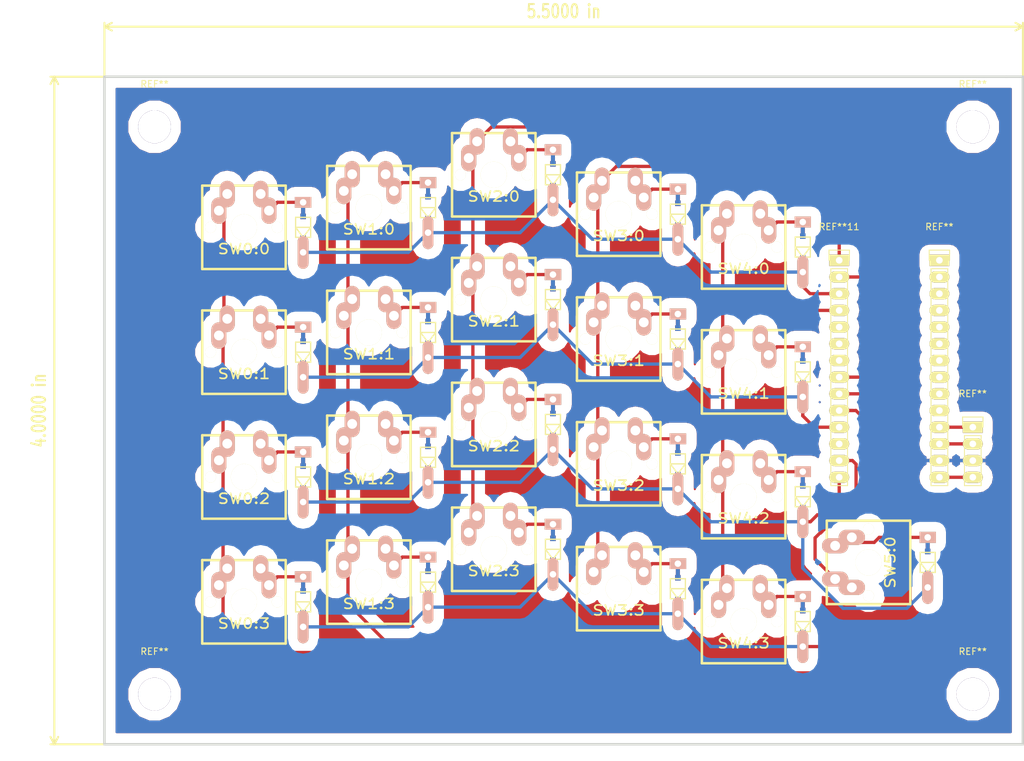
<source format=kicad_pcb>
(kicad_pcb (version 4) (host pcbnew 4.0.2-stable)
  (title_block (date "16 oct 2014"))
  (layers (0 Front signal) (31 Back signal) (34 B.Paste user) (35 F.Paste user) (36 B.SilkS user) (37 F.SilkS user) (38 B.Mask user) (39 F.Mask user) (44 Edge.Cuts user))
  (net 0 "")
  (net 1 N-row-0)
  (net 2 N-row-1)
  (net 3 N-row-2)
  (net 4 N-row-3)
  (net 5 N-col-0)
  (net 6 N-col-1)
  (net 7 N-col-2)
  (net 8 N-col-3)
  (net 9 N-col-4)
  (net 10 N-col-5)
  (net 11 N-diode-0)
  (net 12 N-diode-1)
  (net 13 N-diode-2)
  (net 14 N-diode-3)
  (net 15 N-diode-4)
  (net 16 N-diode-5)
  (net 17 N-diode-6)
  (net 18 N-diode-7)
  (net 19 N-diode-8)
  (net 20 N-diode-9)
  (net 21 N-diode-10)
  (net 22 N-diode-11)
  (net 23 N-diode-12)
  (net 24 N-diode-13)
  (net 25 N-diode-14)
  (net 26 N-diode-15)
  (net 27 N-diode-16)
  (net 28 N-diode-17)
  (net 29 N-diode-18)
  (net 30 N-diode-19)
  (net 31 N-diode-20)
  (net 32 N-VCC)
  (net 33 N-GND)
  (net 34 N-i2c-scl)
  (net 35 N-i2c-sda)
  (module MX_FLIP (layer Front) (at 39 28)
    (fp_text reference SW0:0 (at 0 3.302) (layer F.SilkS) (effects (font (size 1.524 1.778) (thickness 0.254))))
    (fp_text value "" (at 0 0) (layer F.SilkS))
    (pad 0 np_thru_hole circle (at 0 0) (size 3.9878 3.9878) (drill 3.9878) (layers *.Cu *.Mask F.SilkS))
    (pad 0 np_thru_hole circle (at -5.08 0) (size 1.7018 1.7018) (drill 1.7018) (layers *.Cu *.Mask F.SilkS))
    (pad 0 np_thru_hole circle (at 5.08 0) (size 1.7018 1.7018) (drill 1.7018) (layers *.Cu *.Mask F.SilkS))
    (pad 1 thru_hole oval (at 2.54 -5.08) (size 2.286 4) (drill 1.4986) (layers *.Cu *.SilkS *.Mask) (net 11 N-diode-0))
    (pad 1 thru_hole oval (at 3.81 -2.54) (size 2.286 4) (drill 1.4986) (layers *.Cu *.SilkS *.Mask) (net 11 N-diode-0))
    (pad 2 thru_hole oval (at -2.54 -5.08) (size 2.286 4) (drill 1.4986) (layers *.Cu *.SilkS *.Mask) (net 5 N-col-0))
    (pad 2 thru_hole oval (at -3.81 -2.54) (size 2.286 4) (drill 1.4986) (layers *.Cu *.SilkS *.Mask) (net 5 N-col-0))
  )
  (module DIODE (layer Front) (at 48 28 90)
    (fp_text reference D2:2 hide)
    (fp_text value "" (at 0 0 90) (layer F.SilkS))
    (fp_line (start -3.81 0) (end -1.6637 0) (layer Back) (width 0.6096))
    (fp_line (start 1.6637 0) (end 3.81 0) (layer Back) (width 0.6096))
    (fp_line (start -3.81 0) (end -1.6637 0) (layer Front) (width 0.6096))
    (fp_line (start 1.6637 0) (end 3.81 0) (layer Front) (width 0.6096))
    (pad 1 thru_hole oval (at -3.81 0 180) (size 1.651 5) (drill 0.9906) (layers *.Cu *.SilkS *.Mask) (net 1 N-row-0))
    (pad 2 thru_hole rect (at 3.81 0) (size 2.5 1.651) (drill 0.9906) (layers *.Cu *.SilkS *.Mask) (net 11 N-diode-0))
    (pad 99 smd rect (at -1.6637 0) (size 0.8382 0.8382) (layers Front F.Paste F.Mask))
    (pad 99 smd rect (at -1.6637 0) (size 0.8382 0.8382) (layers Back B.Paste B.Mask))
    (pad 99 smd rect (at 1.6637 0) (size 0.8382 0.8382) (layers Front F.Paste F.Mask))
    (pad 99 smd rect (at 1.6637 0) (size 0.8382 0.8382) (layers Back B.Paste B.Mask))
  )
  (module MX_FLIP (layer Front) (at 39 47)
    (fp_text reference SW0:1 (at 0 3.302) (layer F.SilkS) (effects (font (size 1.524 1.778) (thickness 0.254))))
    (fp_text value "" (at 0 0) (layer F.SilkS))
    (pad 0 np_thru_hole circle (at 0 0) (size 3.9878 3.9878) (drill 3.9878) (layers *.Cu *.Mask F.SilkS))
    (pad 0 np_thru_hole circle (at -5.08 0) (size 1.7018 1.7018) (drill 1.7018) (layers *.Cu *.Mask F.SilkS))
    (pad 0 np_thru_hole circle (at 5.08 0) (size 1.7018 1.7018) (drill 1.7018) (layers *.Cu *.Mask F.SilkS))
    (pad 1 thru_hole oval (at 2.54 -5.08) (size 2.286 4) (drill 1.4986) (layers *.Cu *.SilkS *.Mask) (net 12 N-diode-1))
    (pad 1 thru_hole oval (at 3.81 -2.54) (size 2.286 4) (drill 1.4986) (layers *.Cu *.SilkS *.Mask) (net 12 N-diode-1))
    (pad 2 thru_hole oval (at -2.54 -5.08) (size 2.286 4) (drill 1.4986) (layers *.Cu *.SilkS *.Mask) (net 5 N-col-0))
    (pad 2 thru_hole oval (at -3.81 -2.54) (size 2.286 4) (drill 1.4986) (layers *.Cu *.SilkS *.Mask) (net 5 N-col-0))
  )
  (module DIODE (layer Front) (at 48 47 90)
    (fp_text reference D2:2 hide)
    (fp_text value "" (at 0 0 90) (layer F.SilkS))
    (fp_line (start -3.81 0) (end -1.6637 0) (layer Back) (width 0.6096))
    (fp_line (start 1.6637 0) (end 3.81 0) (layer Back) (width 0.6096))
    (fp_line (start -3.81 0) (end -1.6637 0) (layer Front) (width 0.6096))
    (fp_line (start 1.6637 0) (end 3.81 0) (layer Front) (width 0.6096))
    (pad 1 thru_hole oval (at -3.81 0 180) (size 1.651 5) (drill 0.9906) (layers *.Cu *.SilkS *.Mask) (net 2 N-row-1))
    (pad 2 thru_hole rect (at 3.81 0) (size 2.5 1.651) (drill 0.9906) (layers *.Cu *.SilkS *.Mask) (net 12 N-diode-1))
    (pad 99 smd rect (at -1.6637 0) (size 0.8382 0.8382) (layers Front F.Paste F.Mask))
    (pad 99 smd rect (at -1.6637 0) (size 0.8382 0.8382) (layers Back B.Paste B.Mask))
    (pad 99 smd rect (at 1.6637 0) (size 0.8382 0.8382) (layers Front F.Paste F.Mask))
    (pad 99 smd rect (at 1.6637 0) (size 0.8382 0.8382) (layers Back B.Paste B.Mask))
  )
  (module MX_FLIP (layer Front) (at 39 66)
    (fp_text reference SW0:2 (at 0 3.302) (layer F.SilkS) (effects (font (size 1.524 1.778) (thickness 0.254))))
    (fp_text value "" (at 0 0) (layer F.SilkS))
    (pad 0 np_thru_hole circle (at 0 0) (size 3.9878 3.9878) (drill 3.9878) (layers *.Cu *.Mask F.SilkS))
    (pad 0 np_thru_hole circle (at -5.08 0) (size 1.7018 1.7018) (drill 1.7018) (layers *.Cu *.Mask F.SilkS))
    (pad 0 np_thru_hole circle (at 5.08 0) (size 1.7018 1.7018) (drill 1.7018) (layers *.Cu *.Mask F.SilkS))
    (pad 1 thru_hole oval (at 2.54 -5.08) (size 2.286 4) (drill 1.4986) (layers *.Cu *.SilkS *.Mask) (net 13 N-diode-2))
    (pad 1 thru_hole oval (at 3.81 -2.54) (size 2.286 4) (drill 1.4986) (layers *.Cu *.SilkS *.Mask) (net 13 N-diode-2))
    (pad 2 thru_hole oval (at -2.54 -5.08) (size 2.286 4) (drill 1.4986) (layers *.Cu *.SilkS *.Mask) (net 5 N-col-0))
    (pad 2 thru_hole oval (at -3.81 -2.54) (size 2.286 4) (drill 1.4986) (layers *.Cu *.SilkS *.Mask) (net 5 N-col-0))
  )
  (module DIODE (layer Front) (at 48 66 90)
    (fp_text reference D2:2 hide)
    (fp_text value "" (at 0 0 90) (layer F.SilkS))
    (fp_line (start -3.81 0) (end -1.6637 0) (layer Back) (width 0.6096))
    (fp_line (start 1.6637 0) (end 3.81 0) (layer Back) (width 0.6096))
    (fp_line (start -3.81 0) (end -1.6637 0) (layer Front) (width 0.6096))
    (fp_line (start 1.6637 0) (end 3.81 0) (layer Front) (width 0.6096))
    (pad 1 thru_hole oval (at -3.81 0 180) (size 1.651 5) (drill 0.9906) (layers *.Cu *.SilkS *.Mask) (net 3 N-row-2))
    (pad 2 thru_hole rect (at 3.81 0) (size 2.5 1.651) (drill 0.9906) (layers *.Cu *.SilkS *.Mask) (net 13 N-diode-2))
    (pad 99 smd rect (at -1.6637 0) (size 0.8382 0.8382) (layers Front F.Paste F.Mask))
    (pad 99 smd rect (at -1.6637 0) (size 0.8382 0.8382) (layers Back B.Paste B.Mask))
    (pad 99 smd rect (at 1.6637 0) (size 0.8382 0.8382) (layers Front F.Paste F.Mask))
    (pad 99 smd rect (at 1.6637 0) (size 0.8382 0.8382) (layers Back B.Paste B.Mask))
  )
  (module MX_FLIP (layer Front) (at 39 85)
    (fp_text reference SW0:3 (at 0 3.302) (layer F.SilkS) (effects (font (size 1.524 1.778) (thickness 0.254))))
    (fp_text value "" (at 0 0) (layer F.SilkS))
    (pad 0 np_thru_hole circle (at 0 0) (size 3.9878 3.9878) (drill 3.9878) (layers *.Cu *.Mask F.SilkS))
    (pad 0 np_thru_hole circle (at -5.08 0) (size 1.7018 1.7018) (drill 1.7018) (layers *.Cu *.Mask F.SilkS))
    (pad 0 np_thru_hole circle (at 5.08 0) (size 1.7018 1.7018) (drill 1.7018) (layers *.Cu *.Mask F.SilkS))
    (pad 1 thru_hole oval (at 2.54 -5.08) (size 2.286 4) (drill 1.4986) (layers *.Cu *.SilkS *.Mask) (net 14 N-diode-3))
    (pad 1 thru_hole oval (at 3.81 -2.54) (size 2.286 4) (drill 1.4986) (layers *.Cu *.SilkS *.Mask) (net 14 N-diode-3))
    (pad 2 thru_hole oval (at -2.54 -5.08) (size 2.286 4) (drill 1.4986) (layers *.Cu *.SilkS *.Mask) (net 5 N-col-0))
    (pad 2 thru_hole oval (at -3.81 -2.54) (size 2.286 4) (drill 1.4986) (layers *.Cu *.SilkS *.Mask) (net 5 N-col-0))
  )
  (module DIODE (layer Front) (at 48 85 90)
    (fp_text reference D2:2 hide)
    (fp_text value "" (at 0 0 90) (layer F.SilkS))
    (fp_line (start -3.81 0) (end -1.6637 0) (layer Back) (width 0.6096))
    (fp_line (start 1.6637 0) (end 3.81 0) (layer Back) (width 0.6096))
    (fp_line (start -3.81 0) (end -1.6637 0) (layer Front) (width 0.6096))
    (fp_line (start 1.6637 0) (end 3.81 0) (layer Front) (width 0.6096))
    (pad 1 thru_hole oval (at -3.81 0 180) (size 1.651 5) (drill 0.9906) (layers *.Cu *.SilkS *.Mask) (net 4 N-row-3))
    (pad 2 thru_hole rect (at 3.81 0) (size 2.5 1.651) (drill 0.9906) (layers *.Cu *.SilkS *.Mask) (net 14 N-diode-3))
    (pad 99 smd rect (at -1.6637 0) (size 0.8382 0.8382) (layers Front F.Paste F.Mask))
    (pad 99 smd rect (at -1.6637 0) (size 0.8382 0.8382) (layers Back B.Paste B.Mask))
    (pad 99 smd rect (at 1.6637 0) (size 0.8382 0.8382) (layers Front F.Paste F.Mask))
    (pad 99 smd rect (at 1.6637 0) (size 0.8382 0.8382) (layers Back B.Paste B.Mask))
  )
  (module MX_FLIP (layer Front) (at 58 25)
    (fp_text reference SW1:0 (at 0 3.302) (layer F.SilkS) (effects (font (size 1.524 1.778) (thickness 0.254))))
    (fp_text value "" (at 0 0) (layer F.SilkS))
    (pad 0 np_thru_hole circle (at 0 0) (size 3.9878 3.9878) (drill 3.9878) (layers *.Cu *.Mask F.SilkS))
    (pad 0 np_thru_hole circle (at -5.08 0) (size 1.7018 1.7018) (drill 1.7018) (layers *.Cu *.Mask F.SilkS))
    (pad 0 np_thru_hole circle (at 5.08 0) (size 1.7018 1.7018) (drill 1.7018) (layers *.Cu *.Mask F.SilkS))
    (pad 1 thru_hole oval (at 2.54 -5.08) (size 2.286 4) (drill 1.4986) (layers *.Cu *.SilkS *.Mask) (net 15 N-diode-4))
    (pad 1 thru_hole oval (at 3.81 -2.54) (size 2.286 4) (drill 1.4986) (layers *.Cu *.SilkS *.Mask) (net 15 N-diode-4))
    (pad 2 thru_hole oval (at -2.54 -5.08) (size 2.286 4) (drill 1.4986) (layers *.Cu *.SilkS *.Mask) (net 6 N-col-1))
    (pad 2 thru_hole oval (at -3.81 -2.54) (size 2.286 4) (drill 1.4986) (layers *.Cu *.SilkS *.Mask) (net 6 N-col-1))
  )
  (module DIODE (layer Front) (at 67 25 90)
    (fp_text reference D2:2 hide)
    (fp_text value "" (at 0 0 90) (layer F.SilkS))
    (fp_line (start -3.81 0) (end -1.6637 0) (layer Back) (width 0.6096))
    (fp_line (start 1.6637 0) (end 3.81 0) (layer Back) (width 0.6096))
    (fp_line (start -3.81 0) (end -1.6637 0) (layer Front) (width 0.6096))
    (fp_line (start 1.6637 0) (end 3.81 0) (layer Front) (width 0.6096))
    (pad 1 thru_hole oval (at -3.81 0 180) (size 1.651 5) (drill 0.9906) (layers *.Cu *.SilkS *.Mask) (net 1 N-row-0))
    (pad 2 thru_hole rect (at 3.81 0) (size 2.5 1.651) (drill 0.9906) (layers *.Cu *.SilkS *.Mask) (net 15 N-diode-4))
    (pad 99 smd rect (at -1.6637 0) (size 0.8382 0.8382) (layers Front F.Paste F.Mask))
    (pad 99 smd rect (at -1.6637 0) (size 0.8382 0.8382) (layers Back B.Paste B.Mask))
    (pad 99 smd rect (at 1.6637 0) (size 0.8382 0.8382) (layers Front F.Paste F.Mask))
    (pad 99 smd rect (at 1.6637 0) (size 0.8382 0.8382) (layers Back B.Paste B.Mask))
  )
  (module MX_FLIP (layer Front) (at 58 44)
    (fp_text reference SW1:1 (at 0 3.302) (layer F.SilkS) (effects (font (size 1.524 1.778) (thickness 0.254))))
    (fp_text value "" (at 0 0) (layer F.SilkS))
    (pad 0 np_thru_hole circle (at 0 0) (size 3.9878 3.9878) (drill 3.9878) (layers *.Cu *.Mask F.SilkS))
    (pad 0 np_thru_hole circle (at -5.08 0) (size 1.7018 1.7018) (drill 1.7018) (layers *.Cu *.Mask F.SilkS))
    (pad 0 np_thru_hole circle (at 5.08 0) (size 1.7018 1.7018) (drill 1.7018) (layers *.Cu *.Mask F.SilkS))
    (pad 1 thru_hole oval (at 2.54 -5.08) (size 2.286 4) (drill 1.4986) (layers *.Cu *.SilkS *.Mask) (net 16 N-diode-5))
    (pad 1 thru_hole oval (at 3.81 -2.54) (size 2.286 4) (drill 1.4986) (layers *.Cu *.SilkS *.Mask) (net 16 N-diode-5))
    (pad 2 thru_hole oval (at -2.54 -5.08) (size 2.286 4) (drill 1.4986) (layers *.Cu *.SilkS *.Mask) (net 6 N-col-1))
    (pad 2 thru_hole oval (at -3.81 -2.54) (size 2.286 4) (drill 1.4986) (layers *.Cu *.SilkS *.Mask) (net 6 N-col-1))
  )
  (module DIODE (layer Front) (at 67 44 90)
    (fp_text reference D2:2 hide)
    (fp_text value "" (at 0 0 90) (layer F.SilkS))
    (fp_line (start -3.81 0) (end -1.6637 0) (layer Back) (width 0.6096))
    (fp_line (start 1.6637 0) (end 3.81 0) (layer Back) (width 0.6096))
    (fp_line (start -3.81 0) (end -1.6637 0) (layer Front) (width 0.6096))
    (fp_line (start 1.6637 0) (end 3.81 0) (layer Front) (width 0.6096))
    (pad 1 thru_hole oval (at -3.81 0 180) (size 1.651 5) (drill 0.9906) (layers *.Cu *.SilkS *.Mask) (net 2 N-row-1))
    (pad 2 thru_hole rect (at 3.81 0) (size 2.5 1.651) (drill 0.9906) (layers *.Cu *.SilkS *.Mask) (net 16 N-diode-5))
    (pad 99 smd rect (at -1.6637 0) (size 0.8382 0.8382) (layers Front F.Paste F.Mask))
    (pad 99 smd rect (at -1.6637 0) (size 0.8382 0.8382) (layers Back B.Paste B.Mask))
    (pad 99 smd rect (at 1.6637 0) (size 0.8382 0.8382) (layers Front F.Paste F.Mask))
    (pad 99 smd rect (at 1.6637 0) (size 0.8382 0.8382) (layers Back B.Paste B.Mask))
  )
  (module MX_FLIP (layer Front) (at 58 63)
    (fp_text reference SW1:2 (at 0 3.302) (layer F.SilkS) (effects (font (size 1.524 1.778) (thickness 0.254))))
    (fp_text value "" (at 0 0) (layer F.SilkS))
    (pad 0 np_thru_hole circle (at 0 0) (size 3.9878 3.9878) (drill 3.9878) (layers *.Cu *.Mask F.SilkS))
    (pad 0 np_thru_hole circle (at -5.08 0) (size 1.7018 1.7018) (drill 1.7018) (layers *.Cu *.Mask F.SilkS))
    (pad 0 np_thru_hole circle (at 5.08 0) (size 1.7018 1.7018) (drill 1.7018) (layers *.Cu *.Mask F.SilkS))
    (pad 1 thru_hole oval (at 2.54 -5.08) (size 2.286 4) (drill 1.4986) (layers *.Cu *.SilkS *.Mask) (net 17 N-diode-6))
    (pad 1 thru_hole oval (at 3.81 -2.54) (size 2.286 4) (drill 1.4986) (layers *.Cu *.SilkS *.Mask) (net 17 N-diode-6))
    (pad 2 thru_hole oval (at -2.54 -5.08) (size 2.286 4) (drill 1.4986) (layers *.Cu *.SilkS *.Mask) (net 6 N-col-1))
    (pad 2 thru_hole oval (at -3.81 -2.54) (size 2.286 4) (drill 1.4986) (layers *.Cu *.SilkS *.Mask) (net 6 N-col-1))
  )
  (module DIODE (layer Front) (at 67 63 90)
    (fp_text reference D2:2 hide)
    (fp_text value "" (at 0 0 90) (layer F.SilkS))
    (fp_line (start -3.81 0) (end -1.6637 0) (layer Back) (width 0.6096))
    (fp_line (start 1.6637 0) (end 3.81 0) (layer Back) (width 0.6096))
    (fp_line (start -3.81 0) (end -1.6637 0) (layer Front) (width 0.6096))
    (fp_line (start 1.6637 0) (end 3.81 0) (layer Front) (width 0.6096))
    (pad 1 thru_hole oval (at -3.81 0 180) (size 1.651 5) (drill 0.9906) (layers *.Cu *.SilkS *.Mask) (net 3 N-row-2))
    (pad 2 thru_hole rect (at 3.81 0) (size 2.5 1.651) (drill 0.9906) (layers *.Cu *.SilkS *.Mask) (net 17 N-diode-6))
    (pad 99 smd rect (at -1.6637 0) (size 0.8382 0.8382) (layers Front F.Paste F.Mask))
    (pad 99 smd rect (at -1.6637 0) (size 0.8382 0.8382) (layers Back B.Paste B.Mask))
    (pad 99 smd rect (at 1.6637 0) (size 0.8382 0.8382) (layers Front F.Paste F.Mask))
    (pad 99 smd rect (at 1.6637 0) (size 0.8382 0.8382) (layers Back B.Paste B.Mask))
  )
  (module MX_FLIP (layer Front) (at 58 82)
    (fp_text reference SW1:3 (at 0 3.302) (layer F.SilkS) (effects (font (size 1.524 1.778) (thickness 0.254))))
    (fp_text value "" (at 0 0) (layer F.SilkS))
    (pad 0 np_thru_hole circle (at 0 0) (size 3.9878 3.9878) (drill 3.9878) (layers *.Cu *.Mask F.SilkS))
    (pad 0 np_thru_hole circle (at -5.08 0) (size 1.7018 1.7018) (drill 1.7018) (layers *.Cu *.Mask F.SilkS))
    (pad 0 np_thru_hole circle (at 5.08 0) (size 1.7018 1.7018) (drill 1.7018) (layers *.Cu *.Mask F.SilkS))
    (pad 1 thru_hole oval (at 2.54 -5.08) (size 2.286 4) (drill 1.4986) (layers *.Cu *.SilkS *.Mask) (net 18 N-diode-7))
    (pad 1 thru_hole oval (at 3.81 -2.54) (size 2.286 4) (drill 1.4986) (layers *.Cu *.SilkS *.Mask) (net 18 N-diode-7))
    (pad 2 thru_hole oval (at -2.54 -5.08) (size 2.286 4) (drill 1.4986) (layers *.Cu *.SilkS *.Mask) (net 6 N-col-1))
    (pad 2 thru_hole oval (at -3.81 -2.54) (size 2.286 4) (drill 1.4986) (layers *.Cu *.SilkS *.Mask) (net 6 N-col-1))
  )
  (module DIODE (layer Front) (at 67 82 90)
    (fp_text reference D2:2 hide)
    (fp_text value "" (at 0 0 90) (layer F.SilkS))
    (fp_line (start -3.81 0) (end -1.6637 0) (layer Back) (width 0.6096))
    (fp_line (start 1.6637 0) (end 3.81 0) (layer Back) (width 0.6096))
    (fp_line (start -3.81 0) (end -1.6637 0) (layer Front) (width 0.6096))
    (fp_line (start 1.6637 0) (end 3.81 0) (layer Front) (width 0.6096))
    (pad 1 thru_hole oval (at -3.81 0 180) (size 1.651 5) (drill 0.9906) (layers *.Cu *.SilkS *.Mask) (net 4 N-row-3))
    (pad 2 thru_hole rect (at 3.81 0) (size 2.5 1.651) (drill 0.9906) (layers *.Cu *.SilkS *.Mask) (net 18 N-diode-7))
    (pad 99 smd rect (at -1.6637 0) (size 0.8382 0.8382) (layers Front F.Paste F.Mask))
    (pad 99 smd rect (at -1.6637 0) (size 0.8382 0.8382) (layers Back B.Paste B.Mask))
    (pad 99 smd rect (at 1.6637 0) (size 0.8382 0.8382) (layers Front F.Paste F.Mask))
    (pad 99 smd rect (at 1.6637 0) (size 0.8382 0.8382) (layers Back B.Paste B.Mask))
  )
  (module MX_FLIP (layer Front) (at 77 20)
    (fp_text reference SW2:0 (at 0 3.302) (layer F.SilkS) (effects (font (size 1.524 1.778) (thickness 0.254))))
    (fp_text value "" (at 0 0) (layer F.SilkS))
    (pad 0 np_thru_hole circle (at 0 0) (size 3.9878 3.9878) (drill 3.9878) (layers *.Cu *.Mask F.SilkS))
    (pad 0 np_thru_hole circle (at -5.08 0) (size 1.7018 1.7018) (drill 1.7018) (layers *.Cu *.Mask F.SilkS))
    (pad 0 np_thru_hole circle (at 5.08 0) (size 1.7018 1.7018) (drill 1.7018) (layers *.Cu *.Mask F.SilkS))
    (pad 1 thru_hole oval (at 2.54 -5.08) (size 2.286 4) (drill 1.4986) (layers *.Cu *.SilkS *.Mask) (net 19 N-diode-8))
    (pad 1 thru_hole oval (at 3.81 -2.54) (size 2.286 4) (drill 1.4986) (layers *.Cu *.SilkS *.Mask) (net 19 N-diode-8))
    (pad 2 thru_hole oval (at -2.54 -5.08) (size 2.286 4) (drill 1.4986) (layers *.Cu *.SilkS *.Mask) (net 7 N-col-2))
    (pad 2 thru_hole oval (at -3.81 -2.54) (size 2.286 4) (drill 1.4986) (layers *.Cu *.SilkS *.Mask) (net 7 N-col-2))
  )
  (module DIODE (layer Front) (at 86 20 90)
    (fp_text reference D2:2 hide)
    (fp_text value "" (at 0 0 90) (layer F.SilkS))
    (fp_line (start -3.81 0) (end -1.6637 0) (layer Back) (width 0.6096))
    (fp_line (start 1.6637 0) (end 3.81 0) (layer Back) (width 0.6096))
    (fp_line (start -3.81 0) (end -1.6637 0) (layer Front) (width 0.6096))
    (fp_line (start 1.6637 0) (end 3.81 0) (layer Front) (width 0.6096))
    (pad 1 thru_hole oval (at -3.81 0 180) (size 1.651 5) (drill 0.9906) (layers *.Cu *.SilkS *.Mask) (net 1 N-row-0))
    (pad 2 thru_hole rect (at 3.81 0) (size 2.5 1.651) (drill 0.9906) (layers *.Cu *.SilkS *.Mask) (net 19 N-diode-8))
    (pad 99 smd rect (at -1.6637 0) (size 0.8382 0.8382) (layers Front F.Paste F.Mask))
    (pad 99 smd rect (at -1.6637 0) (size 0.8382 0.8382) (layers Back B.Paste B.Mask))
    (pad 99 smd rect (at 1.6637 0) (size 0.8382 0.8382) (layers Front F.Paste F.Mask))
    (pad 99 smd rect (at 1.6637 0) (size 0.8382 0.8382) (layers Back B.Paste B.Mask))
  )
  (module MX_FLIP (layer Front) (at 77 39)
    (fp_text reference SW2:1 (at 0 3.302) (layer F.SilkS) (effects (font (size 1.524 1.778) (thickness 0.254))))
    (fp_text value "" (at 0 0) (layer F.SilkS))
    (pad 0 np_thru_hole circle (at 0 0) (size 3.9878 3.9878) (drill 3.9878) (layers *.Cu *.Mask F.SilkS))
    (pad 0 np_thru_hole circle (at -5.08 0) (size 1.7018 1.7018) (drill 1.7018) (layers *.Cu *.Mask F.SilkS))
    (pad 0 np_thru_hole circle (at 5.08 0) (size 1.7018 1.7018) (drill 1.7018) (layers *.Cu *.Mask F.SilkS))
    (pad 1 thru_hole oval (at 2.54 -5.08) (size 2.286 4) (drill 1.4986) (layers *.Cu *.SilkS *.Mask) (net 20 N-diode-9))
    (pad 1 thru_hole oval (at 3.81 -2.54) (size 2.286 4) (drill 1.4986) (layers *.Cu *.SilkS *.Mask) (net 20 N-diode-9))
    (pad 2 thru_hole oval (at -2.54 -5.08) (size 2.286 4) (drill 1.4986) (layers *.Cu *.SilkS *.Mask) (net 7 N-col-2))
    (pad 2 thru_hole oval (at -3.81 -2.54) (size 2.286 4) (drill 1.4986) (layers *.Cu *.SilkS *.Mask) (net 7 N-col-2))
  )
  (module DIODE (layer Front) (at 86 39 90)
    (fp_text reference D2:2 hide)
    (fp_text value "" (at 0 0 90) (layer F.SilkS))
    (fp_line (start -3.81 0) (end -1.6637 0) (layer Back) (width 0.6096))
    (fp_line (start 1.6637 0) (end 3.81 0) (layer Back) (width 0.6096))
    (fp_line (start -3.81 0) (end -1.6637 0) (layer Front) (width 0.6096))
    (fp_line (start 1.6637 0) (end 3.81 0) (layer Front) (width 0.6096))
    (pad 1 thru_hole oval (at -3.81 0 180) (size 1.651 5) (drill 0.9906) (layers *.Cu *.SilkS *.Mask) (net 2 N-row-1))
    (pad 2 thru_hole rect (at 3.81 0) (size 2.5 1.651) (drill 0.9906) (layers *.Cu *.SilkS *.Mask) (net 20 N-diode-9))
    (pad 99 smd rect (at -1.6637 0) (size 0.8382 0.8382) (layers Front F.Paste F.Mask))
    (pad 99 smd rect (at -1.6637 0) (size 0.8382 0.8382) (layers Back B.Paste B.Mask))
    (pad 99 smd rect (at 1.6637 0) (size 0.8382 0.8382) (layers Front F.Paste F.Mask))
    (pad 99 smd rect (at 1.6637 0) (size 0.8382 0.8382) (layers Back B.Paste B.Mask))
  )
  (module MX_FLIP (layer Front) (at 77 58)
    (fp_text reference SW2:2 (at 0 3.302) (layer F.SilkS) (effects (font (size 1.524 1.778) (thickness 0.254))))
    (fp_text value "" (at 0 0) (layer F.SilkS))
    (pad 0 np_thru_hole circle (at 0 0) (size 3.9878 3.9878) (drill 3.9878) (layers *.Cu *.Mask F.SilkS))
    (pad 0 np_thru_hole circle (at -5.08 0) (size 1.7018 1.7018) (drill 1.7018) (layers *.Cu *.Mask F.SilkS))
    (pad 0 np_thru_hole circle (at 5.08 0) (size 1.7018 1.7018) (drill 1.7018) (layers *.Cu *.Mask F.SilkS))
    (pad 1 thru_hole oval (at 2.54 -5.08) (size 2.286 4) (drill 1.4986) (layers *.Cu *.SilkS *.Mask) (net 21 N-diode-10))
    (pad 1 thru_hole oval (at 3.81 -2.54) (size 2.286 4) (drill 1.4986) (layers *.Cu *.SilkS *.Mask) (net 21 N-diode-10))
    (pad 2 thru_hole oval (at -2.54 -5.08) (size 2.286 4) (drill 1.4986) (layers *.Cu *.SilkS *.Mask) (net 7 N-col-2))
    (pad 2 thru_hole oval (at -3.81 -2.54) (size 2.286 4) (drill 1.4986) (layers *.Cu *.SilkS *.Mask) (net 7 N-col-2))
  )
  (module DIODE (layer Front) (at 86 58 90)
    (fp_text reference D2:2 hide)
    (fp_text value "" (at 0 0 90) (layer F.SilkS))
    (fp_line (start -3.81 0) (end -1.6637 0) (layer Back) (width 0.6096))
    (fp_line (start 1.6637 0) (end 3.81 0) (layer Back) (width 0.6096))
    (fp_line (start -3.81 0) (end -1.6637 0) (layer Front) (width 0.6096))
    (fp_line (start 1.6637 0) (end 3.81 0) (layer Front) (width 0.6096))
    (pad 1 thru_hole oval (at -3.81 0 180) (size 1.651 5) (drill 0.9906) (layers *.Cu *.SilkS *.Mask) (net 3 N-row-2))
    (pad 2 thru_hole rect (at 3.81 0) (size 2.5 1.651) (drill 0.9906) (layers *.Cu *.SilkS *.Mask) (net 21 N-diode-10))
    (pad 99 smd rect (at -1.6637 0) (size 0.8382 0.8382) (layers Front F.Paste F.Mask))
    (pad 99 smd rect (at -1.6637 0) (size 0.8382 0.8382) (layers Back B.Paste B.Mask))
    (pad 99 smd rect (at 1.6637 0) (size 0.8382 0.8382) (layers Front F.Paste F.Mask))
    (pad 99 smd rect (at 1.6637 0) (size 0.8382 0.8382) (layers Back B.Paste B.Mask))
  )
  (module MX_FLIP (layer Front) (at 77 77)
    (fp_text reference SW2:3 (at 0 3.302) (layer F.SilkS) (effects (font (size 1.524 1.778) (thickness 0.254))))
    (fp_text value "" (at 0 0) (layer F.SilkS))
    (pad 0 np_thru_hole circle (at 0 0) (size 3.9878 3.9878) (drill 3.9878) (layers *.Cu *.Mask F.SilkS))
    (pad 0 np_thru_hole circle (at -5.08 0) (size 1.7018 1.7018) (drill 1.7018) (layers *.Cu *.Mask F.SilkS))
    (pad 0 np_thru_hole circle (at 5.08 0) (size 1.7018 1.7018) (drill 1.7018) (layers *.Cu *.Mask F.SilkS))
    (pad 1 thru_hole oval (at 2.54 -5.08) (size 2.286 4) (drill 1.4986) (layers *.Cu *.SilkS *.Mask) (net 22 N-diode-11))
    (pad 1 thru_hole oval (at 3.81 -2.54) (size 2.286 4) (drill 1.4986) (layers *.Cu *.SilkS *.Mask) (net 22 N-diode-11))
    (pad 2 thru_hole oval (at -2.54 -5.08) (size 2.286 4) (drill 1.4986) (layers *.Cu *.SilkS *.Mask) (net 7 N-col-2))
    (pad 2 thru_hole oval (at -3.81 -2.54) (size 2.286 4) (drill 1.4986) (layers *.Cu *.SilkS *.Mask) (net 7 N-col-2))
  )
  (module DIODE (layer Front) (at 86 77 90)
    (fp_text reference D2:2 hide)
    (fp_text value "" (at 0 0 90) (layer F.SilkS))
    (fp_line (start -3.81 0) (end -1.6637 0) (layer Back) (width 0.6096))
    (fp_line (start 1.6637 0) (end 3.81 0) (layer Back) (width 0.6096))
    (fp_line (start -3.81 0) (end -1.6637 0) (layer Front) (width 0.6096))
    (fp_line (start 1.6637 0) (end 3.81 0) (layer Front) (width 0.6096))
    (pad 1 thru_hole oval (at -3.81 0 180) (size 1.651 5) (drill 0.9906) (layers *.Cu *.SilkS *.Mask) (net 4 N-row-3))
    (pad 2 thru_hole rect (at 3.81 0) (size 2.5 1.651) (drill 0.9906) (layers *.Cu *.SilkS *.Mask) (net 22 N-diode-11))
    (pad 99 smd rect (at -1.6637 0) (size 0.8382 0.8382) (layers Front F.Paste F.Mask))
    (pad 99 smd rect (at -1.6637 0) (size 0.8382 0.8382) (layers Back B.Paste B.Mask))
    (pad 99 smd rect (at 1.6637 0) (size 0.8382 0.8382) (layers Front F.Paste F.Mask))
    (pad 99 smd rect (at 1.6637 0) (size 0.8382 0.8382) (layers Back B.Paste B.Mask))
  )
  (module MX_FLIP (layer Front) (at 96 26)
    (fp_text reference SW3:0 (at 0 3.302) (layer F.SilkS) (effects (font (size 1.524 1.778) (thickness 0.254))))
    (fp_text value "" (at 0 0) (layer F.SilkS))
    (pad 0 np_thru_hole circle (at 0 0) (size 3.9878 3.9878) (drill 3.9878) (layers *.Cu *.Mask F.SilkS))
    (pad 0 np_thru_hole circle (at -5.08 0) (size 1.7018 1.7018) (drill 1.7018) (layers *.Cu *.Mask F.SilkS))
    (pad 0 np_thru_hole circle (at 5.08 0) (size 1.7018 1.7018) (drill 1.7018) (layers *.Cu *.Mask F.SilkS))
    (pad 1 thru_hole oval (at 2.54 -5.08) (size 2.286 4) (drill 1.4986) (layers *.Cu *.SilkS *.Mask) (net 23 N-diode-12))
    (pad 1 thru_hole oval (at 3.81 -2.54) (size 2.286 4) (drill 1.4986) (layers *.Cu *.SilkS *.Mask) (net 23 N-diode-12))
    (pad 2 thru_hole oval (at -2.54 -5.08) (size 2.286 4) (drill 1.4986) (layers *.Cu *.SilkS *.Mask) (net 8 N-col-3))
    (pad 2 thru_hole oval (at -3.81 -2.54) (size 2.286 4) (drill 1.4986) (layers *.Cu *.SilkS *.Mask) (net 8 N-col-3))
  )
  (module DIODE (layer Front) (at 105 26 90)
    (fp_text reference D2:2 hide)
    (fp_text value "" (at 0 0 90) (layer F.SilkS))
    (fp_line (start -3.81 0) (end -1.6637 0) (layer Back) (width 0.6096))
    (fp_line (start 1.6637 0) (end 3.81 0) (layer Back) (width 0.6096))
    (fp_line (start -3.81 0) (end -1.6637 0) (layer Front) (width 0.6096))
    (fp_line (start 1.6637 0) (end 3.81 0) (layer Front) (width 0.6096))
    (pad 1 thru_hole oval (at -3.81 0 180) (size 1.651 5) (drill 0.9906) (layers *.Cu *.SilkS *.Mask) (net 1 N-row-0))
    (pad 2 thru_hole rect (at 3.81 0) (size 2.5 1.651) (drill 0.9906) (layers *.Cu *.SilkS *.Mask) (net 23 N-diode-12))
    (pad 99 smd rect (at -1.6637 0) (size 0.8382 0.8382) (layers Front F.Paste F.Mask))
    (pad 99 smd rect (at -1.6637 0) (size 0.8382 0.8382) (layers Back B.Paste B.Mask))
    (pad 99 smd rect (at 1.6637 0) (size 0.8382 0.8382) (layers Front F.Paste F.Mask))
    (pad 99 smd rect (at 1.6637 0) (size 0.8382 0.8382) (layers Back B.Paste B.Mask))
  )
  (module MX_FLIP (layer Front) (at 96 45)
    (fp_text reference SW3:1 (at 0 3.302) (layer F.SilkS) (effects (font (size 1.524 1.778) (thickness 0.254))))
    (fp_text value "" (at 0 0) (layer F.SilkS))
    (pad 0 np_thru_hole circle (at 0 0) (size 3.9878 3.9878) (drill 3.9878) (layers *.Cu *.Mask F.SilkS))
    (pad 0 np_thru_hole circle (at -5.08 0) (size 1.7018 1.7018) (drill 1.7018) (layers *.Cu *.Mask F.SilkS))
    (pad 0 np_thru_hole circle (at 5.08 0) (size 1.7018 1.7018) (drill 1.7018) (layers *.Cu *.Mask F.SilkS))
    (pad 1 thru_hole oval (at 2.54 -5.08) (size 2.286 4) (drill 1.4986) (layers *.Cu *.SilkS *.Mask) (net 24 N-diode-13))
    (pad 1 thru_hole oval (at 3.81 -2.54) (size 2.286 4) (drill 1.4986) (layers *.Cu *.SilkS *.Mask) (net 24 N-diode-13))
    (pad 2 thru_hole oval (at -2.54 -5.08) (size 2.286 4) (drill 1.4986) (layers *.Cu *.SilkS *.Mask) (net 8 N-col-3))
    (pad 2 thru_hole oval (at -3.81 -2.54) (size 2.286 4) (drill 1.4986) (layers *.Cu *.SilkS *.Mask) (net 8 N-col-3))
  )
  (module DIODE (layer Front) (at 105 45 90)
    (fp_text reference D2:2 hide)
    (fp_text value "" (at 0 0 90) (layer F.SilkS))
    (fp_line (start -3.81 0) (end -1.6637 0) (layer Back) (width 0.6096))
    (fp_line (start 1.6637 0) (end 3.81 0) (layer Back) (width 0.6096))
    (fp_line (start -3.81 0) (end -1.6637 0) (layer Front) (width 0.6096))
    (fp_line (start 1.6637 0) (end 3.81 0) (layer Front) (width 0.6096))
    (pad 1 thru_hole oval (at -3.81 0 180) (size 1.651 5) (drill 0.9906) (layers *.Cu *.SilkS *.Mask) (net 2 N-row-1))
    (pad 2 thru_hole rect (at 3.81 0) (size 2.5 1.651) (drill 0.9906) (layers *.Cu *.SilkS *.Mask) (net 24 N-diode-13))
    (pad 99 smd rect (at -1.6637 0) (size 0.8382 0.8382) (layers Front F.Paste F.Mask))
    (pad 99 smd rect (at -1.6637 0) (size 0.8382 0.8382) (layers Back B.Paste B.Mask))
    (pad 99 smd rect (at 1.6637 0) (size 0.8382 0.8382) (layers Front F.Paste F.Mask))
    (pad 99 smd rect (at 1.6637 0) (size 0.8382 0.8382) (layers Back B.Paste B.Mask))
  )
  (module MX_FLIP (layer Front) (at 96 64)
    (fp_text reference SW3:2 (at 0 3.302) (layer F.SilkS) (effects (font (size 1.524 1.778) (thickness 0.254))))
    (fp_text value "" (at 0 0) (layer F.SilkS))
    (pad 0 np_thru_hole circle (at 0 0) (size 3.9878 3.9878) (drill 3.9878) (layers *.Cu *.Mask F.SilkS))
    (pad 0 np_thru_hole circle (at -5.08 0) (size 1.7018 1.7018) (drill 1.7018) (layers *.Cu *.Mask F.SilkS))
    (pad 0 np_thru_hole circle (at 5.08 0) (size 1.7018 1.7018) (drill 1.7018) (layers *.Cu *.Mask F.SilkS))
    (pad 1 thru_hole oval (at 2.54 -5.08) (size 2.286 4) (drill 1.4986) (layers *.Cu *.SilkS *.Mask) (net 25 N-diode-14))
    (pad 1 thru_hole oval (at 3.81 -2.54) (size 2.286 4) (drill 1.4986) (layers *.Cu *.SilkS *.Mask) (net 25 N-diode-14))
    (pad 2 thru_hole oval (at -2.54 -5.08) (size 2.286 4) (drill 1.4986) (layers *.Cu *.SilkS *.Mask) (net 8 N-col-3))
    (pad 2 thru_hole oval (at -3.81 -2.54) (size 2.286 4) (drill 1.4986) (layers *.Cu *.SilkS *.Mask) (net 8 N-col-3))
  )
  (module DIODE (layer Front) (at 105 64 90)
    (fp_text reference D2:2 hide)
    (fp_text value "" (at 0 0 90) (layer F.SilkS))
    (fp_line (start -3.81 0) (end -1.6637 0) (layer Back) (width 0.6096))
    (fp_line (start 1.6637 0) (end 3.81 0) (layer Back) (width 0.6096))
    (fp_line (start -3.81 0) (end -1.6637 0) (layer Front) (width 0.6096))
    (fp_line (start 1.6637 0) (end 3.81 0) (layer Front) (width 0.6096))
    (pad 1 thru_hole oval (at -3.81 0 180) (size 1.651 5) (drill 0.9906) (layers *.Cu *.SilkS *.Mask) (net 3 N-row-2))
    (pad 2 thru_hole rect (at 3.81 0) (size 2.5 1.651) (drill 0.9906) (layers *.Cu *.SilkS *.Mask) (net 25 N-diode-14))
    (pad 99 smd rect (at -1.6637 0) (size 0.8382 0.8382) (layers Front F.Paste F.Mask))
    (pad 99 smd rect (at -1.6637 0) (size 0.8382 0.8382) (layers Back B.Paste B.Mask))
    (pad 99 smd rect (at 1.6637 0) (size 0.8382 0.8382) (layers Front F.Paste F.Mask))
    (pad 99 smd rect (at 1.6637 0) (size 0.8382 0.8382) (layers Back B.Paste B.Mask))
  )
  (module MX_FLIP (layer Front) (at 96 83)
    (fp_text reference SW3:3 (at 0 3.302) (layer F.SilkS) (effects (font (size 1.524 1.778) (thickness 0.254))))
    (fp_text value "" (at 0 0) (layer F.SilkS))
    (pad 0 np_thru_hole circle (at 0 0) (size 3.9878 3.9878) (drill 3.9878) (layers *.Cu *.Mask F.SilkS))
    (pad 0 np_thru_hole circle (at -5.08 0) (size 1.7018 1.7018) (drill 1.7018) (layers *.Cu *.Mask F.SilkS))
    (pad 0 np_thru_hole circle (at 5.08 0) (size 1.7018 1.7018) (drill 1.7018) (layers *.Cu *.Mask F.SilkS))
    (pad 1 thru_hole oval (at 2.54 -5.08) (size 2.286 4) (drill 1.4986) (layers *.Cu *.SilkS *.Mask) (net 26 N-diode-15))
    (pad 1 thru_hole oval (at 3.81 -2.54) (size 2.286 4) (drill 1.4986) (layers *.Cu *.SilkS *.Mask) (net 26 N-diode-15))
    (pad 2 thru_hole oval (at -2.54 -5.08) (size 2.286 4) (drill 1.4986) (layers *.Cu *.SilkS *.Mask) (net 8 N-col-3))
    (pad 2 thru_hole oval (at -3.81 -2.54) (size 2.286 4) (drill 1.4986) (layers *.Cu *.SilkS *.Mask) (net 8 N-col-3))
  )
  (module DIODE (layer Front) (at 105 83 90)
    (fp_text reference D2:2 hide)
    (fp_text value "" (at 0 0 90) (layer F.SilkS))
    (fp_line (start -3.81 0) (end -1.6637 0) (layer Back) (width 0.6096))
    (fp_line (start 1.6637 0) (end 3.81 0) (layer Back) (width 0.6096))
    (fp_line (start -3.81 0) (end -1.6637 0) (layer Front) (width 0.6096))
    (fp_line (start 1.6637 0) (end 3.81 0) (layer Front) (width 0.6096))
    (pad 1 thru_hole oval (at -3.81 0 180) (size 1.651 5) (drill 0.9906) (layers *.Cu *.SilkS *.Mask) (net 4 N-row-3))
    (pad 2 thru_hole rect (at 3.81 0) (size 2.5 1.651) (drill 0.9906) (layers *.Cu *.SilkS *.Mask) (net 26 N-diode-15))
    (pad 99 smd rect (at -1.6637 0) (size 0.8382 0.8382) (layers Front F.Paste F.Mask))
    (pad 99 smd rect (at -1.6637 0) (size 0.8382 0.8382) (layers Back B.Paste B.Mask))
    (pad 99 smd rect (at 1.6637 0) (size 0.8382 0.8382) (layers Front F.Paste F.Mask))
    (pad 99 smd rect (at 1.6637 0) (size 0.8382 0.8382) (layers Back B.Paste B.Mask))
  )
  (module MX_FLIP (layer Front) (at 115 31)
    (fp_text reference SW4:0 (at 0 3.302) (layer F.SilkS) (effects (font (size 1.524 1.778) (thickness 0.254))))
    (fp_text value "" (at 0 0) (layer F.SilkS))
    (pad 0 np_thru_hole circle (at 0 0) (size 3.9878 3.9878) (drill 3.9878) (layers *.Cu *.Mask F.SilkS))
    (pad 0 np_thru_hole circle (at -5.08 0) (size 1.7018 1.7018) (drill 1.7018) (layers *.Cu *.Mask F.SilkS))
    (pad 0 np_thru_hole circle (at 5.08 0) (size 1.7018 1.7018) (drill 1.7018) (layers *.Cu *.Mask F.SilkS))
    (pad 1 thru_hole oval (at 2.54 -5.08) (size 2.286 4) (drill 1.4986) (layers *.Cu *.SilkS *.Mask) (net 27 N-diode-16))
    (pad 1 thru_hole oval (at 3.81 -2.54) (size 2.286 4) (drill 1.4986) (layers *.Cu *.SilkS *.Mask) (net 27 N-diode-16))
    (pad 2 thru_hole oval (at -2.54 -5.08) (size 2.286 4) (drill 1.4986) (layers *.Cu *.SilkS *.Mask) (net 9 N-col-4))
    (pad 2 thru_hole oval (at -3.81 -2.54) (size 2.286 4) (drill 1.4986) (layers *.Cu *.SilkS *.Mask) (net 9 N-col-4))
  )
  (module DIODE (layer Front) (at 124 31 90)
    (fp_text reference D2:2 hide)
    (fp_text value "" (at 0 0 90) (layer F.SilkS))
    (fp_line (start -3.81 0) (end -1.6637 0) (layer Back) (width 0.6096))
    (fp_line (start 1.6637 0) (end 3.81 0) (layer Back) (width 0.6096))
    (fp_line (start -3.81 0) (end -1.6637 0) (layer Front) (width 0.6096))
    (fp_line (start 1.6637 0) (end 3.81 0) (layer Front) (width 0.6096))
    (pad 1 thru_hole oval (at -3.81 0 180) (size 1.651 5) (drill 0.9906) (layers *.Cu *.SilkS *.Mask) (net 1 N-row-0))
    (pad 2 thru_hole rect (at 3.81 0) (size 2.5 1.651) (drill 0.9906) (layers *.Cu *.SilkS *.Mask) (net 27 N-diode-16))
    (pad 99 smd rect (at -1.6637 0) (size 0.8382 0.8382) (layers Front F.Paste F.Mask))
    (pad 99 smd rect (at -1.6637 0) (size 0.8382 0.8382) (layers Back B.Paste B.Mask))
    (pad 99 smd rect (at 1.6637 0) (size 0.8382 0.8382) (layers Front F.Paste F.Mask))
    (pad 99 smd rect (at 1.6637 0) (size 0.8382 0.8382) (layers Back B.Paste B.Mask))
  )
  (module MX_FLIP (layer Front) (at 115 50)
    (fp_text reference SW4:1 (at 0 3.302) (layer F.SilkS) (effects (font (size 1.524 1.778) (thickness 0.254))))
    (fp_text value "" (at 0 0) (layer F.SilkS))
    (pad 0 np_thru_hole circle (at 0 0) (size 3.9878 3.9878) (drill 3.9878) (layers *.Cu *.Mask F.SilkS))
    (pad 0 np_thru_hole circle (at -5.08 0) (size 1.7018 1.7018) (drill 1.7018) (layers *.Cu *.Mask F.SilkS))
    (pad 0 np_thru_hole circle (at 5.08 0) (size 1.7018 1.7018) (drill 1.7018) (layers *.Cu *.Mask F.SilkS))
    (pad 1 thru_hole oval (at 2.54 -5.08) (size 2.286 4) (drill 1.4986) (layers *.Cu *.SilkS *.Mask) (net 28 N-diode-17))
    (pad 1 thru_hole oval (at 3.81 -2.54) (size 2.286 4) (drill 1.4986) (layers *.Cu *.SilkS *.Mask) (net 28 N-diode-17))
    (pad 2 thru_hole oval (at -2.54 -5.08) (size 2.286 4) (drill 1.4986) (layers *.Cu *.SilkS *.Mask) (net 9 N-col-4))
    (pad 2 thru_hole oval (at -3.81 -2.54) (size 2.286 4) (drill 1.4986) (layers *.Cu *.SilkS *.Mask) (net 9 N-col-4))
  )
  (module DIODE (layer Front) (at 124 50 90)
    (fp_text reference D2:2 hide)
    (fp_text value "" (at 0 0 90) (layer F.SilkS))
    (fp_line (start -3.81 0) (end -1.6637 0) (layer Back) (width 0.6096))
    (fp_line (start 1.6637 0) (end 3.81 0) (layer Back) (width 0.6096))
    (fp_line (start -3.81 0) (end -1.6637 0) (layer Front) (width 0.6096))
    (fp_line (start 1.6637 0) (end 3.81 0) (layer Front) (width 0.6096))
    (pad 1 thru_hole oval (at -3.81 0 180) (size 1.651 5) (drill 0.9906) (layers *.Cu *.SilkS *.Mask) (net 2 N-row-1))
    (pad 2 thru_hole rect (at 3.81 0) (size 2.5 1.651) (drill 0.9906) (layers *.Cu *.SilkS *.Mask) (net 28 N-diode-17))
    (pad 99 smd rect (at -1.6637 0) (size 0.8382 0.8382) (layers Front F.Paste F.Mask))
    (pad 99 smd rect (at -1.6637 0) (size 0.8382 0.8382) (layers Back B.Paste B.Mask))
    (pad 99 smd rect (at 1.6637 0) (size 0.8382 0.8382) (layers Front F.Paste F.Mask))
    (pad 99 smd rect (at 1.6637 0) (size 0.8382 0.8382) (layers Back B.Paste B.Mask))
  )
  (module MX_FLIP (layer Front) (at 115 69)
    (fp_text reference SW4:2 (at 0 3.302) (layer F.SilkS) (effects (font (size 1.524 1.778) (thickness 0.254))))
    (fp_text value "" (at 0 0) (layer F.SilkS))
    (pad 0 np_thru_hole circle (at 0 0) (size 3.9878 3.9878) (drill 3.9878) (layers *.Cu *.Mask F.SilkS))
    (pad 0 np_thru_hole circle (at -5.08 0) (size 1.7018 1.7018) (drill 1.7018) (layers *.Cu *.Mask F.SilkS))
    (pad 0 np_thru_hole circle (at 5.08 0) (size 1.7018 1.7018) (drill 1.7018) (layers *.Cu *.Mask F.SilkS))
    (pad 1 thru_hole oval (at 2.54 -5.08) (size 2.286 4) (drill 1.4986) (layers *.Cu *.SilkS *.Mask) (net 29 N-diode-18))
    (pad 1 thru_hole oval (at 3.81 -2.54) (size 2.286 4) (drill 1.4986) (layers *.Cu *.SilkS *.Mask) (net 29 N-diode-18))
    (pad 2 thru_hole oval (at -2.54 -5.08) (size 2.286 4) (drill 1.4986) (layers *.Cu *.SilkS *.Mask) (net 9 N-col-4))
    (pad 2 thru_hole oval (at -3.81 -2.54) (size 2.286 4) (drill 1.4986) (layers *.Cu *.SilkS *.Mask) (net 9 N-col-4))
  )
  (module DIODE (layer Front) (at 124 69 90)
    (fp_text reference D2:2 hide)
    (fp_text value "" (at 0 0 90) (layer F.SilkS))
    (fp_line (start -3.81 0) (end -1.6637 0) (layer Back) (width 0.6096))
    (fp_line (start 1.6637 0) (end 3.81 0) (layer Back) (width 0.6096))
    (fp_line (start -3.81 0) (end -1.6637 0) (layer Front) (width 0.6096))
    (fp_line (start 1.6637 0) (end 3.81 0) (layer Front) (width 0.6096))
    (pad 1 thru_hole oval (at -3.81 0 180) (size 1.651 5) (drill 0.9906) (layers *.Cu *.SilkS *.Mask) (net 3 N-row-2))
    (pad 2 thru_hole rect (at 3.81 0) (size 2.5 1.651) (drill 0.9906) (layers *.Cu *.SilkS *.Mask) (net 29 N-diode-18))
    (pad 99 smd rect (at -1.6637 0) (size 0.8382 0.8382) (layers Front F.Paste F.Mask))
    (pad 99 smd rect (at -1.6637 0) (size 0.8382 0.8382) (layers Back B.Paste B.Mask))
    (pad 99 smd rect (at 1.6637 0) (size 0.8382 0.8382) (layers Front F.Paste F.Mask))
    (pad 99 smd rect (at 1.6637 0) (size 0.8382 0.8382) (layers Back B.Paste B.Mask))
  )
  (module MX_FLIP (layer Front) (at 115 88)
    (fp_text reference SW4:3 (at 0 3.302) (layer F.SilkS) (effects (font (size 1.524 1.778) (thickness 0.254))))
    (fp_text value "" (at 0 0) (layer F.SilkS))
    (pad 0 np_thru_hole circle (at 0 0) (size 3.9878 3.9878) (drill 3.9878) (layers *.Cu *.Mask F.SilkS))
    (pad 0 np_thru_hole circle (at -5.08 0) (size 1.7018 1.7018) (drill 1.7018) (layers *.Cu *.Mask F.SilkS))
    (pad 0 np_thru_hole circle (at 5.08 0) (size 1.7018 1.7018) (drill 1.7018) (layers *.Cu *.Mask F.SilkS))
    (pad 1 thru_hole oval (at 2.54 -5.08) (size 2.286 4) (drill 1.4986) (layers *.Cu *.SilkS *.Mask) (net 30 N-diode-19))
    (pad 1 thru_hole oval (at 3.81 -2.54) (size 2.286 4) (drill 1.4986) (layers *.Cu *.SilkS *.Mask) (net 30 N-diode-19))
    (pad 2 thru_hole oval (at -2.54 -5.08) (size 2.286 4) (drill 1.4986) (layers *.Cu *.SilkS *.Mask) (net 9 N-col-4))
    (pad 2 thru_hole oval (at -3.81 -2.54) (size 2.286 4) (drill 1.4986) (layers *.Cu *.SilkS *.Mask) (net 9 N-col-4))
  )
  (module DIODE (layer Front) (at 124 88 90)
    (fp_text reference D2:2 hide)
    (fp_text value "" (at 0 0 90) (layer F.SilkS))
    (fp_line (start -3.81 0) (end -1.6637 0) (layer Back) (width 0.6096))
    (fp_line (start 1.6637 0) (end 3.81 0) (layer Back) (width 0.6096))
    (fp_line (start -3.81 0) (end -1.6637 0) (layer Front) (width 0.6096))
    (fp_line (start 1.6637 0) (end 3.81 0) (layer Front) (width 0.6096))
    (pad 1 thru_hole oval (at -3.81 0 180) (size 1.651 5) (drill 0.9906) (layers *.Cu *.SilkS *.Mask) (net 4 N-row-3))
    (pad 2 thru_hole rect (at 3.81 0) (size 2.5 1.651) (drill 0.9906) (layers *.Cu *.SilkS *.Mask) (net 30 N-diode-19))
    (pad 99 smd rect (at -1.6637 0) (size 0.8382 0.8382) (layers Front F.Paste F.Mask))
    (pad 99 smd rect (at -1.6637 0) (size 0.8382 0.8382) (layers Back B.Paste B.Mask))
    (pad 99 smd rect (at 1.6637 0) (size 0.8382 0.8382) (layers Front F.Paste F.Mask))
    (pad 99 smd rect (at 1.6637 0) (size 0.8382 0.8382) (layers Back B.Paste B.Mask))
  )
  (module MX_FLIP (layer Front) (at 134 79 90)
    (fp_text reference SW5:0 (at 0 3.302 90) (layer F.SilkS) (effects (font (size 1.524 1.778) (thickness 0.254))))
    (fp_text value "" (at 0 0 90) (layer F.SilkS))
    (pad 0 np_thru_hole circle (at 0 0) (size 3.9878 3.9878) (drill 3.9878) (layers *.Cu *.Mask F.SilkS))
    (pad 0 np_thru_hole circle (at -5.08 0) (size 1.7018 1.7018) (drill 1.7018) (layers *.Cu *.Mask F.SilkS))
    (pad 0 np_thru_hole circle (at 5.08 0) (size 1.7018 1.7018) (drill 1.7018) (layers *.Cu *.Mask F.SilkS))
    (pad 1 thru_hole oval (at 2.54 -5.08) (size 4 2.286) (drill 1.4986) (layers *.Cu *.SilkS *.Mask) (net 31 N-diode-20))
    (pad 1 thru_hole oval (at 3.81 -2.54) (size 4 2.286) (drill 1.4986) (layers *.Cu *.SilkS *.Mask) (net 31 N-diode-20))
    (pad 2 thru_hole oval (at -2.54 -5.08) (size 4 2.286) (drill 1.4986) (layers *.Cu *.SilkS *.Mask) (net 10 N-col-5))
    (pad 2 thru_hole oval (at -3.81 -2.54) (size 4 2.286) (drill 1.4986) (layers *.Cu *.SilkS *.Mask) (net 10 N-col-5))
  )
  (module DIODE (layer Front) (at 143 79 90)
    (fp_text reference D2:2 hide)
    (fp_text value "" (at 0 0 90) (layer F.SilkS))
    (fp_line (start -3.81 0) (end -1.6637 0) (layer Back) (width 0.6096))
    (fp_line (start 1.6637 0) (end 3.81 0) (layer Back) (width 0.6096))
    (fp_line (start -3.81 0) (end -1.6637 0) (layer Front) (width 0.6096))
    (fp_line (start 1.6637 0) (end 3.81 0) (layer Front) (width 0.6096))
    (pad 1 thru_hole oval (at -3.81 0 180) (size 1.651 5) (drill 0.9906) (layers *.Cu *.SilkS *.Mask) (net 3 N-row-2))
    (pad 2 thru_hole rect (at 3.81 0) (size 2.5 1.651) (drill 0.9906) (layers *.Cu *.SilkS *.Mask) (net 31 N-diode-20))
    (pad 99 smd rect (at -1.6637 0) (size 0.8382 0.8382) (layers Front F.Paste F.Mask))
    (pad 99 smd rect (at -1.6637 0) (size 0.8382 0.8382) (layers Back B.Paste B.Mask))
    (pad 99 smd rect (at 1.6637 0) (size 0.8382 0.8382) (layers Front F.Paste F.Mask))
    (pad 99 smd rect (at 1.6637 0) (size 0.8382 0.8382) (layers Back B.Paste B.Mask))
  )
  (module Pin_Headers:Pin_Header_Straight_1x14 (layer Front) (at 129.54 33.02)
    (fp_text reference REF**11 (at 0 -5.1) (layer F.SilkS))
    (fp_text value Pin_Header_Straight_1x14)
    (pad 1 thru_hole rect (at 0 0) (size 3.032 1.7272) (drill 1.016) (layers *.Cu *.Mask F.SilkS) (net 8 N-col-3))
    (pad 2 thru_hole oval (at 0 2.54) (size 3.032 1.7272) (drill 1.016) (layers *.Cu *.Mask F.SilkS) (net 7 N-col-2))
    (pad 3 thru_hole oval (at 0 5.08) (size 3.032 1.7272) (drill 1.016) (layers *.Cu *.Mask F.SilkS) (net 1 N-row-0))
    (pad 4 thru_hole oval (at 0 7.62) (size 3.032 1.7272) (drill 1.016) (layers *.Cu *.Mask F.SilkS) (net 9 N-col-4))
    (pad 5 thru_hole oval (at 0 10.16) (size 3.032 1.7272) (drill 1.016) (layers *.Cu *.Mask F.SilkS))
    (pad 6 thru_hole oval (at 0 12.7) (size 3.032 1.7272) (drill 1.016) (layers *.Cu *.Mask F.SilkS))
    (pad 7 thru_hole oval (at 0 15.24) (size 3.032 1.7272) (drill 1.016) (layers *.Cu *.Mask F.SilkS))
    (pad 8 thru_hole oval (at 0 17.78) (size 3.032 1.7272) (drill 1.016) (layers *.Cu *.Mask F.SilkS) (net 5 N-col-0))
    (pad 9 thru_hole oval (at 0 20.32) (size 3.032 1.7272) (drill 1.016) (layers *.Cu *.Mask F.SilkS) (net 6 N-col-1))
    (pad 10 thru_hole oval (at 0 22.86) (size 3.032 1.7272) (drill 1.016) (layers *.Cu *.Mask F.SilkS) (net 4 N-row-3))
    (pad 11 thru_hole oval (at 0 25.4) (size 3.032 1.7272) (drill 1.016) (layers *.Cu *.Mask F.SilkS) (net 2 N-row-1))
    (pad 12 thru_hole oval (at 0 27.94) (size 3.032 1.7272) (drill 1.016) (layers *.Cu *.Mask F.SilkS))
    (pad 13 thru_hole oval (at 0 30.48) (size 3.032 1.7272) (drill 1.016) (layers *.Cu *.Mask F.SilkS) (net 10 N-col-5))
    (pad 14 thru_hole oval (at 0 33.02) (size 3.032 1.7272) (drill 1.016) (layers *.Cu *.Mask F.SilkS) (net 3 N-row-2))
  )
  (module Pin_Headers:Pin_Header_Straight_1x14 (layer Front) (at 144.78 33.02)
    (fp_text reference REF** (at 0 -5.1) (layer F.SilkS))
    (fp_text value Pin_Header_Straight_1x14)
    (pad 1 thru_hole rect (at 0 0) (size 3.032 1.7272) (drill 1.016) (layers *.Cu *.Mask F.SilkS))
    (pad 2 thru_hole oval (at 0 2.54) (size 3.032 1.7272) (drill 1.016) (layers *.Cu *.Mask F.SilkS))
    (pad 3 thru_hole oval (at 0 5.08) (size 3.032 1.7272) (drill 1.016) (layers *.Cu *.Mask F.SilkS))
    (pad 4 thru_hole oval (at 0 7.62) (size 3.032 1.7272) (drill 1.016) (layers *.Cu *.Mask F.SilkS))
    (pad 5 thru_hole oval (at 0 10.16) (size 3.032 1.7272) (drill 1.016) (layers *.Cu *.Mask F.SilkS))
    (pad 6 thru_hole oval (at 0 12.7) (size 3.032 1.7272) (drill 1.016) (layers *.Cu *.Mask F.SilkS))
    (pad 7 thru_hole oval (at 0 15.24) (size 3.032 1.7272) (drill 1.016) (layers *.Cu *.Mask F.SilkS))
    (pad 8 thru_hole oval (at 0 17.78) (size 3.032 1.7272) (drill 1.016) (layers *.Cu *.Mask F.SilkS))
    (pad 9 thru_hole oval (at 0 20.32) (size 3.032 1.7272) (drill 1.016) (layers *.Cu *.Mask F.SilkS))
    (pad 10 thru_hole oval (at 0 22.86) (size 3.032 1.7272) (drill 1.016) (layers *.Cu *.Mask F.SilkS))
    (pad 11 thru_hole oval (at 0 25.4) (size 3.032 1.7272) (drill 1.016) (layers *.Cu *.Mask F.SilkS) (net 34 N-i2c-scl))
    (pad 12 thru_hole oval (at 0 27.94) (size 3.032 1.7272) (drill 1.016) (layers *.Cu *.Mask F.SilkS) (net 35 N-i2c-sda))
    (pad 13 thru_hole oval (at 0 30.48) (size 3.032 1.7272) (drill 1.016) (layers *.Cu *.Mask F.SilkS) (net 33 N-GND))
    (pad 14 thru_hole oval (at 0 33.02) (size 3.032 1.7272) (drill 1.016) (layers *.Cu *.Mask F.SilkS) (net 32 N-VCC))
  )
  (module Pin_Headers:Pin_Header_Straight_1x04 (layer Front) (at 149.86 58.42)
    (fp_text reference REF** (at 0 -5.1) (layer F.SilkS))
    (fp_text value Pin_Header_Straight_1x04)
    (pad 1 thru_hole rect (at 0 0) (size 3.032 1.7272) (drill 1.016) (layers *.Cu *.Mask F.SilkS) (net 34 N-i2c-scl))
    (pad 2 thru_hole oval (at 0 2.54) (size 3.032 1.7272) (drill 1.016) (layers *.Cu *.Mask F.SilkS) (net 35 N-i2c-sda))
    (pad 3 thru_hole oval (at 0 5.08) (size 3.032 1.7272) (drill 1.016) (layers *.Cu *.Mask F.SilkS) (net 33 N-GND))
    (pad 4 thru_hole oval (at 0 7.62) (size 3.032 1.7272) (drill 1.016) (layers *.Cu *.Mask F.SilkS) (net 32 N-VCC))
  )
  (module Mounting_Holes:MountingHole_5mm (layer Front) (at 25.4 12.7)
    (fp_text reference REF** (at 0 -6.49986) (layer F.SilkS))
    (fp_text value MountingHole_5mm)
    (pad 1 thru_hole circle (at 0 0) (size 5 5) (drill 5) (layers))
  )
  (module Mounting_Holes:MountingHole_5mm (layer Front) (at 25.4 99.06)
    (fp_text reference REF** (at 0 -6.49986) (layer F.SilkS))
    (fp_text value MountingHole_5mm)
    (pad 1 thru_hole circle (at 0 0) (size 5 5) (drill 5) (layers))
  )
  (module Mounting_Holes:MountingHole_5mm (layer Front) (at 149.86 12.7)
    (fp_text reference REF** (at 0 -6.49986) (layer F.SilkS))
    (fp_text value MountingHole_5mm)
    (pad 1 thru_hole circle (at 0 0) (size 5 5) (drill 5) (layers))
  )
  (module Mounting_Holes:MountingHole_5mm (layer Front) (at 149.86 99.06)
    (fp_text reference REF** (at 0 -6.49986) (layer F.SilkS))
    (fp_text value MountingHole_5mm)
    (pad 1 thru_hole circle (at 0 0) (size 5 5) (drill 5) (layers))
  )
  (dimension 101.6 (width 0.3048) (layer F.SilkS) (gr_text "101.600 mm / 4 in" (at 8.5344 55.88 270) (layer F.SilkS) (effects (font (size 2.032 1.524) (thickness 0.3048)))) (feature1 (pts (xy 17.78 106.68) (xy 6.9088 106.68))) (feature2 (pts (xy 17.78 5.08) (xy 6.9088 5.08))) (crossbar (pts (xy 10.16 5.08) (xy 10.16 106.68))) (arrow1a (pts (xy 10.16 106.68) (xy 9.573579 105.553496))) (arrow1b (pts (xy 10.16 106.68) (xy 10.746421 105.553496))) (arrow2a (pts (xy 10.16 5.08) (xy 9.573579 6.206504))) (arrow2b (pts (xy 10.16 5.08) (xy 10.746421 6.206504))))
  (dimension 139.7 (width 0.3048) (layer F.SilkS) (gr_text "139.700 mm / 5.5 in" (at 87.63 -4.1656) (layer F.SilkS) (effects (font (size 2.032 1.524) (thickness 0.3048)))) (feature1 (pts (xy 157.48 5.08) (xy 157.48 -5.7912))) (feature2 (pts (xy 17.78 5.08) (xy 17.78 -5.7912))) (crossbar (pts (xy 17.78 -2.54) (xy 157.48 -2.54))) (arrow1a (pts (xy 157.48 -2.54) (xy 156.353496 -1.953579))) (arrow1b (pts (xy 157.48 -2.54) (xy 156.353496 -3.126421))) (arrow2a (pts (xy 17.78 -2.54) (xy 18.906504 -1.953579))) (arrow2b (pts (xy 17.78 -2.54) (xy 18.906504 -3.126421))))
  (gr_line (start 17.78 106.68) (end 17.78 5.08) (layer Edge.Cuts) (width 0.381))
  (gr_line (start 157.48 106.68) (end 17.78 106.68) (layer Edge.Cuts) (width 0.381))
  (gr_line (start 157.48 5.08) (end 157.48 106.68) (layer Edge.Cuts) (width 0.381))
  (gr_line (start 154.94 5.08) (end 157.48 5.08) (layer Edge.Cuts) (width 0.381))
  (gr_line (start 17.78 5.08) (end 154.94 5.08) (layer Edge.Cuts) (width 0.381))
  (segment (start 124 37.005) (end 125.095 38.1) (width 0.5) (layer Front) (net 1))
  (segment (start 125.095 38.1) (end 129.54 38.1) (width 0.5) (layer Front) (net 1))
  (segment (start 124 34.81) (end 124 37.005) (width 0.5) (layer Front) (net 1))
  (segment (start 105 29.81) (end 110 34.81) (width 0.5) (layer Back) (net 1))
  (segment (start 110 34.81) (end 124 34.81) (width 0.5) (layer Back) (net 1))
  (segment (start 86 23.81) (end 92 29.81) (width 0.5) (layer Back) (net 1))
  (segment (start 92 29.81) (end 105 29.81) (width 0.5) (layer Back) (net 1))
  (segment (start 67 28.81) (end 81 28.81) (width 0.5) (layer Back) (net 1))
  (segment (start 81 28.81) (end 86 23.81) (width 0.5) (layer Back) (net 1))
  (segment (start 48 31.81) (end 64 31.81) (width 0.5) (layer Back) (net 1))
  (segment (start 64 31.81) (end 67 28.81) (width 0.5) (layer Back) (net 1))
  (segment (start 124 56.69) (end 125.73 58.42) (width 0.5) (layer Front) (net 2))
  (segment (start 125.73 58.42) (end 129.54 58.42) (width 0.5) (layer Front) (net 2))
  (segment (start 124 53.81) (end 124 56.69) (width 0.5) (layer Front) (net 2))
  (segment (start 105 48.81) (end 110 53.81) (width 0.5) (layer Back) (net 2))
  (segment (start 110 53.81) (end 124 53.81) (width 0.5) (layer Back) (net 2))
  (segment (start 86 42.81) (end 92 48.81) (width 0.5) (layer Back) (net 2))
  (segment (start 92 48.81) (end 105 48.81) (width 0.5) (layer Back) (net 2))
  (segment (start 67 47.81) (end 81 47.81) (width 0.5) (layer Back) (net 2))
  (segment (start 81 47.81) (end 86 42.81) (width 0.5) (layer Back) (net 2))
  (segment (start 48 50.81) (end 64 50.81) (width 0.5) (layer Back) (net 2))
  (segment (start 64 50.81) (end 67 47.81) (width 0.5) (layer Back) (net 2))
  (segment (start 127.635 71.755) (end 129.54 69.85) (width 0.5) (layer Front) (net 3))
  (segment (start 129.54 69.85) (end 129.54 66.04) (width 0.5) (layer Front) (net 3))
  (segment (start 126.222433 71.755) (end 127.635 71.755) (width 0.5) (layer Front) (net 3))
  (segment (start 124 72.81) (end 125.167433 72.81) (width 0.5) (layer Front) (net 3))
  (segment (start 125.167433 72.81) (end 126.222433 71.755) (width 0.5) (layer Front) (net 3))
  (segment (start 143 82.81) (end 139.829099 85.980901) (width 0.5) (layer Back) (net 3))
  (segment (start 139.829099 85.980901) (end 130.115259 85.980901) (width 0.5) (layer Back) (net 3))
  (segment (start 124 73.977433) (end 124 72.81) (width 0.5) (layer Back) (net 3))
  (segment (start 130.115259 85.980901) (end 124 79.865642) (width 0.5) (layer Back) (net 3))
  (segment (start 124 79.865642) (end 124 73.977433) (width 0.5) (layer Back) (net 3))
  (segment (start 105 67.81) (end 110 72.81) (width 0.5) (layer Back) (net 3))
  (segment (start 110 72.81) (end 124 72.81) (width 0.5) (layer Back) (net 3))
  (segment (start 86 61.81) (end 92 67.81) (width 0.5) (layer Back) (net 3))
  (segment (start 92 67.81) (end 105 67.81) (width 0.5) (layer Back) (net 3))
  (segment (start 67 66.81) (end 81 66.81) (width 0.5) (layer Back) (net 3))
  (segment (start 81 66.81) (end 86 61.81) (width 0.5) (layer Back) (net 3))
  (segment (start 48 69.81) (end 64 69.81) (width 0.5) (layer Back) (net 3))
  (segment (start 64 69.81) (end 67 66.81) (width 0.5) (layer Back) (net 3))
  (segment (start 129.54 55.88) (end 132.08 55.88) (width 0.5) (layer Front) (net 4))
  (segment (start 133.40602 69.27102) (end 136.525 72.39) (width 0.5) (layer Front) (net 4))
  (segment (start 136.525 72.39) (end 145.415 72.39) (width 0.5) (layer Front) (net 4))
  (segment (start 132.08 55.88) (end 133.40602 57.20602) (width 0.5) (layer Front) (net 4))
  (segment (start 146.685 85.725) (end 140.6 91.81) (width 0.5) (layer Front) (net 4))
  (segment (start 133.40602 57.20602) (end 133.40602 69.27102) (width 0.5) (layer Front) (net 4))
  (segment (start 145.415 72.39) (end 146.685 73.66) (width 0.5) (layer Front) (net 4))
  (segment (start 140.6 91.81) (end 136.775742 91.81) (width 0.5) (layer Front) (net 4))
  (segment (start 146.685 73.66) (end 146.685 85.725) (width 0.5) (layer Front) (net 4))
  (segment (start 136.775742 91.81) (end 124 91.81) (width 0.5) (layer Front) (net 4))
  (segment (start 131.556 55.88) (end 129.54 55.88) (width 0.5) (layer Front) (net 4))
  (segment (start 105 86.81) (end 110 91.81) (width 0.5) (layer Back) (net 4))
  (segment (start 110 91.81) (end 124 91.81) (width 0.5) (layer Back) (net 4))
  (segment (start 86 80.81) (end 92 86.81) (width 0.5) (layer Back) (net 4))
  (segment (start 92 86.81) (end 105 86.81) (width 0.5) (layer Back) (net 4))
  (segment (start 67 85.81) (end 81 85.81) (width 0.5) (layer Back) (net 4))
  (segment (start 81 85.81) (end 86 80.81) (width 0.5) (layer Back) (net 4))
  (segment (start 48 88.81) (end 64 88.81) (width 0.5) (layer Back) (net 4))
  (segment (start 64 88.81) (end 67 85.81) (width 0.5) (layer Back) (net 4))
  (segment (start 129.54 50.8) (end 133.985 50.8) (width 0.5) (layer Front) (net 5))
  (segment (start 133.985 50.8) (end 136.00604 52.82104) (width 0.5) (layer Front) (net 5))
  (segment (start 149.28502 72.583038) (end 149.28502 86.801961) (width 0.5) (layer Front) (net 5))
  (segment (start 136.00604 52.82104) (end 136.00604 68.06104) (width 0.5) (layer Front) (net 5))
  (segment (start 136.00604 68.06104) (end 137.73498 69.78998) (width 0.5) (layer Front) (net 5))
  (segment (start 137.73498 69.78998) (end 146.491962 69.78998) (width 0.5) (layer Front) (net 5))
  (segment (start 106.710009 97.1185) (end 102.30151 92.71) (width 0.5) (layer Front) (net 5))
  (segment (start 38.735 92.71) (end 35.820901 89.795901) (width 0.5) (layer Front) (net 5))
  (segment (start 146.491962 69.78998) (end 149.28502 72.583038) (width 0.5) (layer Front) (net 5))
  (segment (start 149.28502 86.801961) (end 138.968481 97.1185) (width 0.5) (layer Front) (net 5))
  (segment (start 138.968481 97.1185) (end 106.710009 97.1185) (width 0.5) (layer Front) (net 5))
  (segment (start 102.30151 92.71) (end 38.735 92.71) (width 0.5) (layer Front) (net 5))
  (segment (start 35.820901 89.795901) (end 35.820901 84.087567) (width 0.5) (layer Front) (net 5))
  (segment (start 35.820901 84.087567) (end 35.19 83.456666) (width 0.5) (layer Front) (net 5))
  (segment (start 35.19 83.456666) (end 35.19 82.46) (width 0.5) (layer Front) (net 5))
  (segment (start 35.19 63.46) (end 35.19 64.456666) (width 0.5) (layer Front) (net 5))
  (segment (start 35.19 64.456666) (end 35.820901 65.087567) (width 0.5) (layer Front) (net 5))
  (segment (start 35.820901 80.212653) (end 35.19 80.843554) (width 0.5) (layer Front) (net 5))
  (segment (start 35.19 80.843554) (end 35.19 82.46) (width 0.5) (layer Front) (net 5))
  (segment (start 35.820901 65.087567) (end 35.820901 80.212653) (width 0.5) (layer Front) (net 5))
  (segment (start 35.19 44.46) (end 35.820901 45.090901) (width 0.5) (layer Front) (net 5))
  (segment (start 35.820901 45.090901) (end 35.820901 61.212653) (width 0.5) (layer Front) (net 5))
  (segment (start 35.820901 61.212653) (end 35.19 61.843554) (width 0.5) (layer Front) (net 5))
  (segment (start 35.19 61.843554) (end 35.19 63.46) (width 0.5) (layer Front) (net 5))
  (segment (start 35.19 25.46) (end 35.956099 26.226099) (width 0.5) (layer Front) (net 5))
  (segment (start 35.956099 26.226099) (end 35.956099 42.077455) (width 0.5) (layer Front) (net 5))
  (segment (start 35.956099 42.077455) (end 35.19 42.843554) (width 0.5) (layer Front) (net 5))
  (segment (start 35.19 42.843554) (end 35.19 44.46) (width 0.5) (layer Front) (net 5))
  (segment (start 36.46 41.92) (end 36.46 43.19) (width 0.5) (layer Front) (net 5))
  (segment (start 36.46 43.19) (end 35.19 44.46) (width 0.5) (layer Front) (net 5))
  (segment (start 36.46 22.92) (end 36.46 24.19) (width 0.5) (layer Front) (net 5))
  (segment (start 36.46 24.19) (end 35.19 25.46) (width 0.5) (layer Front) (net 5))
  (segment (start 129.54 53.34) (end 133.35 53.34) (width 0.5) (layer Front) (net 6))
  (segment (start 134.70603 68.66603) (end 137.12999 71.08999) (width 0.5) (layer Front) (net 6))
  (segment (start 133.35 53.34) (end 134.70603 54.69603) (width 0.5) (layer Front) (net 6))
  (segment (start 107.24849 95.81849) (end 102.235 90.805) (width 0.5) (layer Front) (net 6))
  (segment (start 134.70603 54.69603) (end 134.70603 68.66603) (width 0.5) (layer Front) (net 6))
  (segment (start 102.235 90.805) (end 60.325 90.805) (width 0.5) (layer Front) (net 6))
  (segment (start 137.12999 71.08999) (end 145.953481 71.08999) (width 0.5) (layer Front) (net 6))
  (segment (start 147.98501 86.26348) (end 138.43 95.81849) (width 0.5) (layer Front) (net 6))
  (segment (start 145.953481 71.08999) (end 147.98501 73.121519) (width 0.5) (layer Front) (net 6))
  (segment (start 147.98501 73.121519) (end 147.98501 86.26348) (width 0.5) (layer Front) (net 6))
  (segment (start 138.43 95.81849) (end 107.24849 95.81849) (width 0.5) (layer Front) (net 6))
  (segment (start 60.325 90.805) (end 54.820901 85.300901) (width 0.5) (layer Front) (net 6))
  (segment (start 54.820901 85.300901) (end 54.820901 80.090901) (width 0.5) (layer Front) (net 6))
  (segment (start 54.820901 80.090901) (end 54.19 79.46) (width 0.5) (layer Front) (net 6))
  (segment (start 54.19 60.46) (end 54.820901 61.090901) (width 0.5) (layer Front) (net 6))
  (segment (start 54.820901 61.090901) (end 54.820901 77.212653) (width 0.5) (layer Front) (net 6))
  (segment (start 54.820901 77.212653) (end 54.19 77.843554) (width 0.5) (layer Front) (net 6))
  (segment (start 54.19 77.843554) (end 54.19 79.46) (width 0.5) (layer Front) (net 6))
  (segment (start 54.19 41.46) (end 54.19 41.741532) (width 0.5) (layer Front) (net 6))
  (segment (start 54.19 41.741532) (end 54.820901 42.372433) (width 0.5) (layer Front) (net 6))
  (segment (start 54.820901 42.372433) (end 54.820901 58.212653) (width 0.5) (layer Front) (net 6))
  (segment (start 54.19 58.843554) (end 54.19 60.46) (width 0.5) (layer Front) (net 6))
  (segment (start 54.820901 58.212653) (end 54.19 58.843554) (width 0.5) (layer Front) (net 6))
  (segment (start 54.19 22.46) (end 54.820901 23.090901) (width 0.5) (layer Front) (net 6))
  (segment (start 54.820901 23.090901) (end 54.820901 39.212653) (width 0.5) (layer Front) (net 6))
  (segment (start 54.820901 39.212653) (end 54.19 39.843554) (width 0.5) (layer Front) (net 6))
  (segment (start 54.19 39.843554) (end 54.19 41.46) (width 0.5) (layer Front) (net 6))
  (segment (start 55.46 19.92) (end 55.46 21.19) (width 0.5) (layer Front) (net 6))
  (segment (start 55.46 21.19) (end 54.19 22.46) (width 0.5) (layer Front) (net 6))
  (segment (start 74.46 14.92) (end 76.653001 12.726999) (width 0.5) (layer Front) (net 7))
  (segment (start 76.653001 12.726999) (end 90.196999 12.726999) (width 0.5) (layer Front) (net 7))
  (segment (start 133.985 27.305) (end 133.985 34.925) (width 0.5) (layer Front) (net 7))
  (segment (start 90.196999 12.726999) (end 94.615 17.145) (width 0.5) (layer Front) (net 7))
  (segment (start 123.825 17.145) (end 133.985 27.305) (width 0.5) (layer Front) (net 7))
  (segment (start 94.615 17.145) (end 123.825 17.145) (width 0.5) (layer Front) (net 7))
  (segment (start 133.985 34.925) (end 133.35 35.56) (width 0.5) (layer Front) (net 7))
  (segment (start 133.35 35.56) (end 129.54 35.56) (width 0.5) (layer Front) (net 7))
  (segment (start 73.19 55.46) (end 73.19 56.456666) (width 0.5) (layer Front) (net 7))
  (segment (start 73.19 56.456666) (end 73.820901 57.087567) (width 0.5) (layer Front) (net 7))
  (segment (start 73.820901 57.087567) (end 73.820901 72.212653) (width 0.5) (layer Front) (net 7))
  (segment (start 73.820901 72.212653) (end 73.19 72.843554) (width 0.5) (layer Front) (net 7))
  (segment (start 73.19 72.843554) (end 73.19 74.46) (width 0.5) (layer Front) (net 7))
  (segment (start 73.19 36.46) (end 73.820901 37.090901) (width 0.5) (layer Front) (net 7))
  (segment (start 73.820901 37.090901) (end 73.820901 53.212653) (width 0.5) (layer Front) (net 7))
  (segment (start 73.820901 53.212653) (end 73.19 53.843554) (width 0.5) (layer Front) (net 7))
  (segment (start 73.19 53.843554) (end 73.19 55.46) (width 0.5) (layer Front) (net 7))
  (segment (start 74.46 71.92) (end 74.46 73.19) (width 0.5) (layer Front) (net 7))
  (segment (start 74.46 73.19) (end 73.19 74.46) (width 0.5) (layer Front) (net 7))
  (segment (start 74.46 52.92) (end 74.46 54.19) (width 0.5) (layer Front) (net 7))
  (segment (start 74.46 54.19) (end 73.19 55.46) (width 0.5) (layer Front) (net 7))
  (segment (start 74.46 33.92) (end 74.46 35.19) (width 0.5) (layer Front) (net 7))
  (segment (start 74.46 35.19) (end 73.19 36.46) (width 0.5) (layer Front) (net 7))
  (segment (start 73.19 17.46) (end 73.19 16.19) (width 0.5) (layer Front) (net 7))
  (segment (start 73.19 16.19) (end 74.46 14.92) (width 0.5) (layer Front) (net 7))
  (segment (start 73.19 17.46) (end 73.19 18.456666) (width 0.5) (layer Front) (net 7))
  (segment (start 73.19 18.456666) (end 73.820901 19.087567) (width 0.5) (layer Front) (net 7))
  (segment (start 73.820901 19.087567) (end 73.820901 34.212653) (width 0.5) (layer Front) (net 7))
  (segment (start 73.820901 34.212653) (end 73.19 34.843554) (width 0.5) (layer Front) (net 7))
  (segment (start 73.19 34.843554) (end 73.19 36.46) (width 0.5) (layer Front) (net 7))
  (segment (start 129.54 33.02) (end 129.54 26.736509) (width 0.5) (layer Front) (net 8))
  (segment (start 129.54 26.736509) (end 121.53049 18.726999) (width 0.5) (layer Front) (net 8))
  (segment (start 121.53049 18.726999) (end 95.653001 18.726999) (width 0.5) (layer Front) (net 8))
  (segment (start 95.653001 18.726999) (end 93.46 20.92) (width 0.5) (layer Front) (net 8))
  (segment (start 92.19 61.46) (end 92.820901 62.090901) (width 0.5) (layer Front) (net 8))
  (segment (start 92.820901 62.090901) (end 92.820901 78.212653) (width 0.5) (layer Front) (net 8))
  (segment (start 92.820901 78.212653) (end 92.19 78.843554) (width 0.5) (layer Front) (net 8))
  (segment (start 92.19 78.843554) (end 92.19 80.46) (width 0.5) (layer Front) (net 8))
  (segment (start 92.19 42.46) (end 92.820901 43.090901) (width 0.5) (layer Front) (net 8))
  (segment (start 92.820901 43.090901) (end 92.820901 59.212653) (width 0.5) (layer Front) (net 8))
  (segment (start 92.820901 59.212653) (end 92.19 59.843554) (width 0.5) (layer Front) (net 8))
  (segment (start 92.19 59.843554) (end 92.19 61.46) (width 0.5) (layer Front) (net 8))
  (segment (start 92.19 23.46) (end 92.820901 24.090901) (width 0.5) (layer Front) (net 8))
  (segment (start 92.820901 24.090901) (end 92.820901 40.212653) (width 0.5) (layer Front) (net 8))
  (segment (start 92.820901 40.212653) (end 92.19 40.843554) (width 0.5) (layer Front) (net 8))
  (segment (start 92.19 40.843554) (end 92.19 42.46) (width 0.5) (layer Front) (net 8))
  (segment (start 93.46 77.92) (end 93.46 79.19) (width 0.5) (layer Front) (net 8))
  (segment (start 93.46 79.19) (end 92.19 80.46) (width 0.5) (layer Front) (net 8))
  (segment (start 93.46 58.92) (end 93.46 60.19) (width 0.5) (layer Front) (net 8))
  (segment (start 93.46 60.19) (end 92.19 61.46) (width 0.5) (layer Front) (net 8))
  (segment (start 93.46 39.92) (end 93.46 41.19) (width 0.5) (layer Front) (net 8))
  (segment (start 93.46 41.19) (end 92.19 42.46) (width 0.5) (layer Front) (net 8))
  (segment (start 93.46 20.92) (end 93.46 22.19) (width 0.5) (layer Front) (net 8))
  (segment (start 93.46 22.19) (end 92.19 23.46) (width 0.5) (layer Front) (net 8))
  (segment (start 111.820901 30.087567) (end 111.820901 40.64) (width 0.5) (layer Front) (net 9))
  (segment (start 111.820901 40.64) (end 111.820901 45.212653) (width 0.5) (layer Front) (net 9))
  (segment (start 129.54 40.64) (end 111.820901 40.64) (width 0.5) (layer Front) (net 9))
  (segment (start 112.46 25.92) (end 112.46 27.19) (width 0.5) (layer Front) (net 9))
  (segment (start 112.46 27.19) (end 111.19 28.46) (width 0.5) (layer Front) (net 9))
  (segment (start 112.46 44.92) (end 112.46 46.19) (width 0.5) (layer Front) (net 9))
  (segment (start 112.46 46.19) (end 111.19 47.46) (width 0.5) (layer Front) (net 9))
  (segment (start 112.46 63.92) (end 112.46 65.19) (width 0.5) (layer Front) (net 9))
  (segment (start 112.46 65.19) (end 111.19 66.46) (width 0.5) (layer Front) (net 9))
  (segment (start 112.46 82.92) (end 112.46 84.19) (width 0.5) (layer Front) (net 9))
  (segment (start 112.46 84.19) (end 111.19 85.46) (width 0.5) (layer Front) (net 9))
  (segment (start 111.19 66.46) (end 111.19 67.456666) (width 0.5) (layer Front) (net 9))
  (segment (start 111.820901 68.087567) (end 111.820901 83.212653) (width 0.5) (layer Front) (net 9))
  (segment (start 111.19 67.456666) (end 111.820901 68.087567) (width 0.5) (layer Front) (net 9))
  (segment (start 111.820901 83.212653) (end 111.19 83.843554) (width 0.5) (layer Front) (net 9))
  (segment (start 111.19 83.843554) (end 111.19 85.46) (width 0.5) (layer Front) (net 9))
  (segment (start 111.19 47.46) (end 111.19 48.456666) (width 0.5) (layer Front) (net 9))
  (segment (start 111.19 48.456666) (end 111.820901 49.087567) (width 0.5) (layer Front) (net 9))
  (segment (start 111.820901 49.087567) (end 111.820901 64.212653) (width 0.5) (layer Front) (net 9))
  (segment (start 111.19 64.843554) (end 111.19 66.46) (width 0.5) (layer Front) (net 9))
  (segment (start 111.820901 64.212653) (end 111.19 64.843554) (width 0.5) (layer Front) (net 9))
  (segment (start 111.19 28.46) (end 111.19 29.456666) (width 0.5) (layer Front) (net 9))
  (segment (start 111.19 29.456666) (end 111.820901 30.087567) (width 0.5) (layer Front) (net 9))
  (segment (start 111.19 45.843554) (end 111.19 47.46) (width 0.5) (layer Front) (net 9))
  (segment (start 111.820901 45.212653) (end 111.19 45.843554) (width 0.5) (layer Front) (net 9))
  (segment (start 126.726999 74.501491) (end 126.63538 74.501491) (width 0.5) (layer Front) (net 10))
  (segment (start 126.63538 74.501491) (end 125.86999 75.266881) (width 0.5) (layer Front) (net 10))
  (segment (start 125.86999 75.266881) (end 125.86999 78.48999) (width 0.5) (layer Front) (net 10))
  (segment (start 125.86999 78.48999) (end 126.726999 79.346999) (width 0.5) (layer Front) (net 10))
  (segment (start 128.92 81.54) (end 126.726999 79.346999) (width 0.5) (layer Front) (net 10))
  (segment (start 126.726999 74.501491) (end 132.10601 69.12248) (width 0.5) (layer Front) (net 10))
  (segment (start 132.10601 69.12248) (end 132.10601 64.05001) (width 0.5) (layer Front) (net 10))
  (segment (start 132.10601 64.05001) (end 131.556 63.5) (width 0.5) (layer Front) (net 10))
  (segment (start 131.556 63.5) (end 129.54 63.5) (width 0.5) (layer Front) (net 10))
  (segment (start 131.46 82.81) (end 130.19 82.81) (width 0.5) (layer Front) (net 10))
  (segment (start 130.19 82.81) (end 128.92 81.54) (width 0.5) (layer Front) (net 10))
  (segment (start 42.81 25.46) (end 44.08 24.19) (width 0.5) (layer Front) (net 11))
  (segment (start 44.08 24.19) (end 48 24.19) (width 0.5) (layer Front) (net 11))
  (segment (start 41.54 22.92) (end 41.54 24.19) (width 0.5) (layer Front) (net 11))
  (segment (start 41.54 24.19) (end 42.81 25.46) (width 0.5) (layer Front) (net 11))
  (segment (start 42.81 44.46) (end 44.08 43.19) (width 0.5) (layer Front) (net 12))
  (segment (start 44.08 43.19) (end 48 43.19) (width 0.5) (layer Front) (net 12))
  (segment (start 41.54 41.92) (end 41.54 43.19) (width 0.5) (layer Front) (net 12))
  (segment (start 41.54 43.19) (end 42.81 44.46) (width 0.5) (layer Front) (net 12))
  (segment (start 41.54 60.92) (end 41.54 62.19) (width 0.5) (layer Front) (net 13))
  (segment (start 41.54 62.19) (end 42.81 63.46) (width 0.5) (layer Front) (net 13))
  (segment (start 42.81 63.46) (end 44.08 62.19) (width 0.5) (layer Front) (net 13))
  (segment (start 44.08 62.19) (end 48 62.19) (width 0.5) (layer Front) (net 13))
  (segment (start 41.54 79.92) (end 41.54 81.19) (width 0.5) (layer Front) (net 14))
  (segment (start 41.54 81.19) (end 42.81 82.46) (width 0.5) (layer Front) (net 14))
  (segment (start 42.81 82.46) (end 44.08 81.19) (width 0.5) (layer Front) (net 14))
  (segment (start 44.08 81.19) (end 48 81.19) (width 0.5) (layer Front) (net 14))
  (segment (start 61.81 22.46) (end 63.08 21.19) (width 0.5) (layer Front) (net 15))
  (segment (start 63.08 21.19) (end 67 21.19) (width 0.5) (layer Front) (net 15))
  (segment (start 60.54 19.92) (end 60.54 21.19) (width 0.5) (layer Front) (net 15))
  (segment (start 60.54 21.19) (end 61.81 22.46) (width 0.5) (layer Front) (net 15))
  (segment (start 61.81 41.46) (end 63.08 40.19) (width 0.5) (layer Front) (net 16))
  (segment (start 63.08 40.19) (end 67 40.19) (width 0.5) (layer Front) (net 16))
  (segment (start 60.54 38.92) (end 60.54 40.19) (width 0.5) (layer Front) (net 16))
  (segment (start 60.54 40.19) (end 61.81 41.46) (width 0.5) (layer Front) (net 16))
  (segment (start 61.81 60.46) (end 63.08 59.19) (width 0.5) (layer Front) (net 17))
  (segment (start 63.08 59.19) (end 67 59.19) (width 0.5) (layer Front) (net 17))
  (segment (start 60.54 57.92) (end 60.54 59.19) (width 0.5) (layer Front) (net 17))
  (segment (start 60.54 59.19) (end 61.81 60.46) (width 0.5) (layer Front) (net 17))
  (segment (start 60.54 76.92) (end 60.54 78.19) (width 0.5) (layer Front) (net 18))
  (segment (start 60.54 78.19) (end 61.81 79.46) (width 0.5) (layer Front) (net 18))
  (segment (start 61.81 79.46) (end 63.08 78.19) (width 0.5) (layer Front) (net 18))
  (segment (start 63.08 78.19) (end 67 78.19) (width 0.5) (layer Front) (net 18))
  (segment (start 80.81 17.46) (end 82.08 16.19) (width 0.5) (layer Front) (net 19))
  (segment (start 82.08 16.19) (end 86 16.19) (width 0.5) (layer Front) (net 19))
  (segment (start 79.54 14.92) (end 79.54 16.19) (width 0.5) (layer Front) (net 19))
  (segment (start 79.54 16.19) (end 80.81 17.46) (width 0.5) (layer Front) (net 19))
  (segment (start 80.81 36.46) (end 82.08 35.19) (width 0.5) (layer Front) (net 20))
  (segment (start 82.08 35.19) (end 86 35.19) (width 0.5) (layer Front) (net 20))
  (segment (start 79.54 33.92) (end 79.54 35.19) (width 0.5) (layer Front) (net 20))
  (segment (start 79.54 35.19) (end 80.81 36.46) (width 0.5) (layer Front) (net 20))
  (segment (start 80.81 55.46) (end 82.08 54.19) (width 0.5) (layer Front) (net 21))
  (segment (start 82.08 54.19) (end 86 54.19) (width 0.5) (layer Front) (net 21))
  (segment (start 79.54 52.92) (end 79.54 54.19) (width 0.5) (layer Front) (net 21))
  (segment (start 79.54 54.19) (end 80.81 55.46) (width 0.5) (layer Front) (net 21))
  (segment (start 80.81 74.46) (end 82.08 73.19) (width 0.5) (layer Front) (net 22))
  (segment (start 82.08 73.19) (end 86 73.19) (width 0.5) (layer Front) (net 22))
  (segment (start 79.54 71.92) (end 79.54 73.19) (width 0.5) (layer Front) (net 22))
  (segment (start 79.54 73.19) (end 80.81 74.46) (width 0.5) (layer Front) (net 22))
  (segment (start 99.81 23.46) (end 101.08 22.19) (width 0.5) (layer Front) (net 23))
  (segment (start 101.08 22.19) (end 105 22.19) (width 0.5) (layer Front) (net 23))
  (segment (start 98.54 20.92) (end 98.54 22.19) (width 0.5) (layer Front) (net 23))
  (segment (start 98.54 22.19) (end 99.81 23.46) (width 0.5) (layer Front) (net 23))
  (segment (start 99.81 42.46) (end 101.08 41.19) (width 0.5) (layer Front) (net 24))
  (segment (start 101.08 41.19) (end 105 41.19) (width 0.5) (layer Front) (net 24))
  (segment (start 98.54 39.92) (end 98.54 41.19) (width 0.5) (layer Front) (net 24))
  (segment (start 98.54 41.19) (end 99.81 42.46) (width 0.5) (layer Front) (net 24))
  (segment (start 99.81 61.46) (end 101.08 60.19) (width 0.5) (layer Front) (net 25))
  (segment (start 101.08 60.19) (end 105 60.19) (width 0.5) (layer Front) (net 25))
  (segment (start 98.54 58.92) (end 98.54 60.19) (width 0.5) (layer Front) (net 25))
  (segment (start 98.54 60.19) (end 99.81 61.46) (width 0.5) (layer Front) (net 25))
  (segment (start 99.81 80.46) (end 101.08 79.19) (width 0.5) (layer Front) (net 26))
  (segment (start 101.08 79.19) (end 105 79.19) (width 0.5) (layer Front) (net 26))
  (segment (start 98.54 77.92) (end 98.54 79.19) (width 0.5) (layer Front) (net 26))
  (segment (start 98.54 79.19) (end 99.81 80.46) (width 0.5) (layer Front) (net 26))
  (segment (start 118.81 28.46) (end 120.08 27.19) (width 0.5) (layer Front) (net 27))
  (segment (start 120.08 27.19) (end 124 27.19) (width 0.5) (layer Front) (net 27))
  (segment (start 117.54 25.92) (end 117.54 27.19) (width 0.5) (layer Front) (net 27))
  (segment (start 117.54 27.19) (end 118.81 28.46) (width 0.5) (layer Front) (net 27))
  (segment (start 118.81 47.46) (end 120.08 46.19) (width 0.5) (layer Front) (net 28))
  (segment (start 120.08 46.19) (end 124 46.19) (width 0.5) (layer Front) (net 28))
  (segment (start 117.54 44.92) (end 117.54 46.19) (width 0.5) (layer Front) (net 28))
  (segment (start 117.54 46.19) (end 118.81 47.46) (width 0.5) (layer Front) (net 28))
  (segment (start 118.81 66.46) (end 120.08 65.19) (width 0.5) (layer Front) (net 29))
  (segment (start 120.08 65.19) (end 124 65.19) (width 0.5) (layer Front) (net 29))
  (segment (start 117.54 63.92) (end 117.54 65.19) (width 0.5) (layer Front) (net 29))
  (segment (start 117.54 65.19) (end 118.81 66.46) (width 0.5) (layer Front) (net 29))
  (segment (start 117.54 82.92) (end 117.54 84.19) (width 0.5) (layer Front) (net 30))
  (segment (start 117.54 84.19) (end 118.81 85.46) (width 0.5) (layer Front) (net 30))
  (segment (start 118.81 85.46) (end 120.08 84.19) (width 0.5) (layer Front) (net 30))
  (segment (start 120.08 84.19) (end 124 84.19) (width 0.5) (layer Front) (net 30))
  (segment (start 143 75.19) (end 135.63 75.19) (width 0.5) (layer Front) (net 31))
  (segment (start 135.63 75.19) (end 134.863901 75.956099) (width 0.5) (layer Front) (net 31))
  (segment (start 134.863901 75.956099) (end 132.226099 75.956099) (width 0.5) (layer Front) (net 31))
  (segment (start 132.226099 75.956099) (end 131.46 75.19) (width 0.5) (layer Front) (net 31))
  (segment (start 131.46 75.19) (end 130.19 75.19) (width 0.5) (layer Front) (net 31))
  (segment (start 130.19 75.19) (end 128.92 76.46) (width 0.5) (layer Front) (net 31))
  (segment (start 144.78 66.04) (end 149.86 66.04) (width 0.5) (layer Front) (net 32))
  (segment (start 149.86 63.5) (end 153.924 63.5) (width 0.5) (layer Front) (net 33))
  (segment (start 149.86 63.5) (end 153.67 63.5) (width 0.5) (layer Front) (net 33))
  (segment (start 144.78 63.5) (end 149.86 63.5) (width 0.5) (layer Front) (net 33))
  (segment (start 144.78 58.42) (end 149.86 58.42) (width 0.5) (layer Front) (net 34))
  (segment (start 144.78 60.96) (end 149.86 60.96) (width 0.5) (layer Front) (net 35))
  (zone (net 33) (net_name N-GND) (layer Front) (connect_pads (clearance 1.5)) (min_thickness 0.3) (fill yes (arc_segments 16) (thermal_gap 0.508) (thermal_bridge_width 0.508))
    (polygon (pts (xy 17.78 5.08) (xy 157.48 5.08) (xy 157.48 106.68) (xy 17.78 106.68)))
  )
  (zone (net 33) (net_name N-GND) (layer Back) (connect_pads (clearance 1.5)) (min_thickness 0.3) (fill yes (arc_segments 16) (thermal_gap 0.508) (thermal_bridge_width 0.508))
    (polygon (pts (xy 17.78 5.08) (xy 157.48 5.08) (xy 157.48 106.68) (xy 17.78 106.68)))
  )
  (zone (net 0) (net_name "") (layer Front) (connect_pads (clearance 1.6)) (min_thickness 0.3) (fill yes (arc_segments 16) (thermal_gap 0.508) (thermal_bridge_width 0.508))
    (polygon (pts (xy 17.78 5.08) (xy 157.48 5.08) (xy 157.48 106.68) (xy 17.78 106.68)))
  )
  (zone (net 0) (net_name "") (layer Back) (connect_pads (clearance 1.6)) (min_thickness 0.3) (fill yes (arc_segments 16) (thermal_gap 0.508) (thermal_bridge_width 0.508))
    (polygon (pts (xy 17.78 5.08) (xy 157.48 5.08) (xy 157.48 109.22) (xy 157.48 106.68) (xy 17.78 106.68)))
  )
)
</source>
